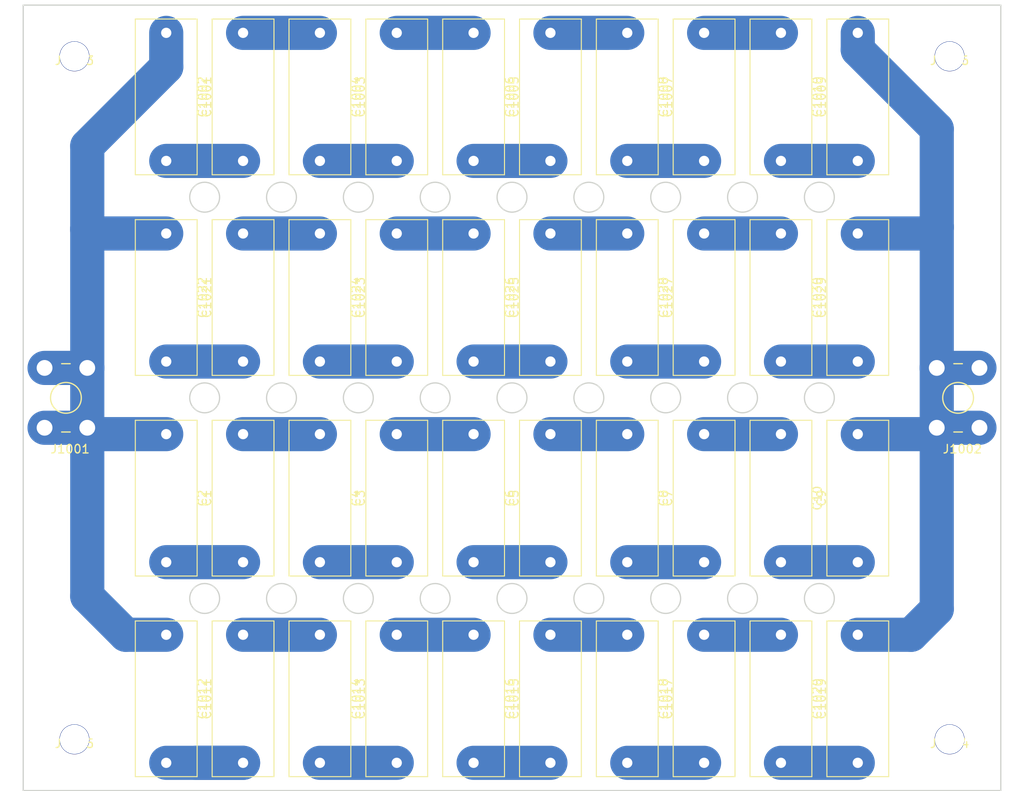
<source format=kicad_pcb>
(kicad_pcb (version 20171130) (host pcbnew 5.1.6-c6e7f7d~86~ubuntu18.04.1)

  (general
    (thickness 1.6)
    (drawings 31)
    (tracks 66)
    (zones 0)
    (modules 46)
    (nets 39)
  )

  (page A4)
  (layers
    (0 F.Cu signal)
    (31 B.Cu signal)
    (32 B.Adhes user)
    (33 F.Adhes user)
    (34 B.Paste user)
    (35 F.Paste user)
    (36 B.SilkS user)
    (37 F.SilkS user)
    (38 B.Mask user)
    (39 F.Mask user)
    (40 Dwgs.User user)
    (41 Cmts.User user)
    (42 Eco1.User user)
    (43 Eco2.User user)
    (44 Edge.Cuts user)
    (45 Margin user)
    (46 B.CrtYd user)
    (47 F.CrtYd user)
    (48 B.Fab user)
    (49 F.Fab user)
  )

  (setup
    (last_trace_width 0.25)
    (user_trace_width 2)
    (user_trace_width 4)
    (trace_clearance 0.2)
    (zone_clearance 0.508)
    (zone_45_only no)
    (trace_min 0.2)
    (via_size 0.8)
    (via_drill 0.4)
    (via_min_size 0.4)
    (via_min_drill 0.3)
    (uvia_size 0.3)
    (uvia_drill 0.1)
    (uvias_allowed no)
    (uvia_min_size 0.2)
    (uvia_min_drill 0.1)
    (edge_width 0.15)
    (segment_width 0.2)
    (pcb_text_width 0.3)
    (pcb_text_size 1.5 1.5)
    (mod_edge_width 0.15)
    (mod_text_size 1 1)
    (mod_text_width 0.15)
    (pad_size 1.524 1.524)
    (pad_drill 0.762)
    (pad_to_mask_clearance 0.051)
    (solder_mask_min_width 0.25)
    (aux_axis_origin 0 0)
    (visible_elements FFFFFF7F)
    (pcbplotparams
      (layerselection 0x010f0_ffffffff)
      (usegerberextensions false)
      (usegerberattributes false)
      (usegerberadvancedattributes false)
      (creategerberjobfile false)
      (excludeedgelayer true)
      (linewidth 0.100000)
      (plotframeref false)
      (viasonmask false)
      (mode 1)
      (useauxorigin false)
      (hpglpennumber 1)
      (hpglpenspeed 20)
      (hpglpendiameter 15.000000)
      (psnegative false)
      (psa4output false)
      (plotreference false)
      (plotvalue false)
      (plotinvisibletext false)
      (padsonsilk false)
      (subtractmaskfromsilk false)
      (outputformat 1)
      (mirror false)
      (drillshape 0)
      (scaleselection 1)
      (outputdirectory "../../../gerbers/mmc/"))
  )

  (net 0 "")
  (net 1 "Net-(C1001-Pad2)")
  (net 2 "Net-(C1002-Pad2)")
  (net 3 "Net-(C1003-Pad2)")
  (net 4 "Net-(C1004-Pad2)")
  (net 5 "Net-(C1013-Pad2)")
  (net 6 "Net-(C1014-Pad2)")
  (net 7 "Net-(C1015-Pad2)")
  (net 8 "Net-(C1025-Pad2)")
  (net 9 "Net-(C1026-Pad2)")
  (net 10 "Net-(C1005-Pad2)")
  (net 11 "Net-(C1006-Pad2)")
  (net 12 "Net-(C1007-Pad2)")
  (net 13 "Net-(C1008-Pad2)")
  (net 14 "Net-(C1009-Pad2)")
  (net 15 "Net-(C1011-Pad2)")
  (net 16 "Net-(C1012-Pad2)")
  (net 17 "Net-(C1016-Pad2)")
  (net 18 "Net-(C1017-Pad2)")
  (net 19 "Net-(C1018-Pad2)")
  (net 20 "Net-(C1019-Pad2)")
  (net 21 "Net-(C1021-Pad2)")
  (net 22 "Net-(C1022-Pad2)")
  (net 23 "Net-(C1023-Pad2)")
  (net 24 "Net-(C1024-Pad2)")
  (net 25 "Net-(C1027-Pad2)")
  (net 26 "Net-(C1028-Pad2)")
  (net 27 "Net-(C1029-Pad2)")
  (net 28 "Net-(C1-Pad2)")
  (net 29 "Net-(C1-Pad1)")
  (net 30 "Net-(C2-Pad2)")
  (net 31 "Net-(C3-Pad2)")
  (net 32 "Net-(C4-Pad2)")
  (net 33 "Net-(C5-Pad2)")
  (net 34 "Net-(C6-Pad2)")
  (net 35 "Net-(C7-Pad2)")
  (net 36 "Net-(C8-Pad2)")
  (net 37 "Net-(C10-Pad1)")
  (net 38 "Net-(C10-Pad2)")

  (net_class Default "This is the default net class."
    (clearance 0.2)
    (trace_width 0.25)
    (via_dia 0.8)
    (via_drill 0.4)
    (uvia_dia 0.3)
    (uvia_drill 0.1)
    (add_net "Net-(C1-Pad1)")
    (add_net "Net-(C1-Pad2)")
    (add_net "Net-(C10-Pad1)")
    (add_net "Net-(C10-Pad2)")
    (add_net "Net-(C1001-Pad2)")
    (add_net "Net-(C1002-Pad2)")
    (add_net "Net-(C1003-Pad2)")
    (add_net "Net-(C1004-Pad2)")
    (add_net "Net-(C1005-Pad2)")
    (add_net "Net-(C1006-Pad2)")
    (add_net "Net-(C1007-Pad2)")
    (add_net "Net-(C1008-Pad2)")
    (add_net "Net-(C1009-Pad2)")
    (add_net "Net-(C1011-Pad2)")
    (add_net "Net-(C1012-Pad2)")
    (add_net "Net-(C1013-Pad2)")
    (add_net "Net-(C1014-Pad2)")
    (add_net "Net-(C1015-Pad2)")
    (add_net "Net-(C1016-Pad2)")
    (add_net "Net-(C1017-Pad2)")
    (add_net "Net-(C1018-Pad2)")
    (add_net "Net-(C1019-Pad2)")
    (add_net "Net-(C1021-Pad2)")
    (add_net "Net-(C1022-Pad2)")
    (add_net "Net-(C1023-Pad2)")
    (add_net "Net-(C1024-Pad2)")
    (add_net "Net-(C1025-Pad2)")
    (add_net "Net-(C1026-Pad2)")
    (add_net "Net-(C1027-Pad2)")
    (add_net "Net-(C1028-Pad2)")
    (add_net "Net-(C1029-Pad2)")
    (add_net "Net-(C2-Pad2)")
    (add_net "Net-(C3-Pad2)")
    (add_net "Net-(C4-Pad2)")
    (add_net "Net-(C5-Pad2)")
    (add_net "Net-(C6-Pad2)")
    (add_net "Net-(C7-Pad2)")
    (add_net "Net-(C8-Pad2)")
  )

  (module Capacitor_THT:C_Rect_L18.0mm_W7.0mm_P15.00mm_FKS3_FKP3 (layer F.Cu) (tedit 5AE50EF0) (tstamp 5F56222F)
    (at 127 119 90)
    (descr "C, Rect series, Radial, pin pitch=15.00mm, , length*width=18*7mm^2, Capacitor, http://www.wima.com/EN/WIMA_FKS_3.pdf")
    (tags "C Rect series Radial pin pitch 15.00mm  length 18mm width 7mm Capacitor")
    (path /5F55F58C)
    (fp_text reference C10 (at 7.5 -4.75 90) (layer F.SilkS)
      (effects (font (size 1 1) (thickness 0.15)))
    )
    (fp_text value 33n (at 7.5 4.75 90) (layer F.Fab)
      (effects (font (size 1 1) (thickness 0.15)))
    )
    (fp_text user %R (at 7.5 0 90) (layer F.Fab)
      (effects (font (size 1 1) (thickness 0.15)))
    )
    (fp_line (start -1.5 -3.5) (end -1.5 3.5) (layer F.Fab) (width 0.1))
    (fp_line (start -1.5 3.5) (end 16.5 3.5) (layer F.Fab) (width 0.1))
    (fp_line (start 16.5 3.5) (end 16.5 -3.5) (layer F.Fab) (width 0.1))
    (fp_line (start 16.5 -3.5) (end -1.5 -3.5) (layer F.Fab) (width 0.1))
    (fp_line (start -1.62 -3.62) (end 16.62 -3.62) (layer F.SilkS) (width 0.12))
    (fp_line (start -1.62 3.62) (end 16.62 3.62) (layer F.SilkS) (width 0.12))
    (fp_line (start -1.62 -3.62) (end -1.62 3.62) (layer F.SilkS) (width 0.12))
    (fp_line (start 16.62 -3.62) (end 16.62 3.62) (layer F.SilkS) (width 0.12))
    (fp_line (start -1.75 -3.75) (end -1.75 3.75) (layer F.CrtYd) (width 0.05))
    (fp_line (start -1.75 3.75) (end 16.75 3.75) (layer F.CrtYd) (width 0.05))
    (fp_line (start 16.75 3.75) (end 16.75 -3.75) (layer F.CrtYd) (width 0.05))
    (fp_line (start 16.75 -3.75) (end -1.75 -3.75) (layer F.CrtYd) (width 0.05))
    (pad 2 thru_hole circle (at 15 0 90) (size 2.4 2.4) (drill 1.2) (layers *.Cu *.Mask)
      (net 38 "Net-(C10-Pad2)"))
    (pad 1 thru_hole circle (at 0 0 90) (size 2.4 2.4) (drill 1.2) (layers *.Cu *.Mask)
      (net 37 "Net-(C10-Pad1)"))
    (model ${KISYS3DMOD}/Capacitor_THT.3dshapes/C_Rect_L18.0mm_W7.0mm_P15.00mm_FKS3_FKP3.wrl
      (at (xyz 0 0 0))
      (scale (xyz 1 1 1))
      (rotate (xyz 0 0 0))
    )
  )

  (module Capacitor_THT:C_Rect_L18.0mm_W7.0mm_P15.00mm_FKS3_FKP3 (layer F.Cu) (tedit 5AE50EF0) (tstamp 5F56221C)
    (at 118 104 270)
    (descr "C, Rect series, Radial, pin pitch=15.00mm, , length*width=18*7mm^2, Capacitor, http://www.wima.com/EN/WIMA_FKS_3.pdf")
    (tags "C Rect series Radial pin pitch 15.00mm  length 18mm width 7mm Capacitor")
    (path /5F55F586)
    (fp_text reference C9 (at 7.5 -4.75 90) (layer F.SilkS)
      (effects (font (size 1 1) (thickness 0.15)))
    )
    (fp_text value 33n (at 7.5 4.75 90) (layer F.Fab)
      (effects (font (size 1 1) (thickness 0.15)))
    )
    (fp_text user %R (at 7.5 0 90) (layer F.Fab)
      (effects (font (size 1 1) (thickness 0.15)))
    )
    (fp_line (start -1.5 -3.5) (end -1.5 3.5) (layer F.Fab) (width 0.1))
    (fp_line (start -1.5 3.5) (end 16.5 3.5) (layer F.Fab) (width 0.1))
    (fp_line (start 16.5 3.5) (end 16.5 -3.5) (layer F.Fab) (width 0.1))
    (fp_line (start 16.5 -3.5) (end -1.5 -3.5) (layer F.Fab) (width 0.1))
    (fp_line (start -1.62 -3.62) (end 16.62 -3.62) (layer F.SilkS) (width 0.12))
    (fp_line (start -1.62 3.62) (end 16.62 3.62) (layer F.SilkS) (width 0.12))
    (fp_line (start -1.62 -3.62) (end -1.62 3.62) (layer F.SilkS) (width 0.12))
    (fp_line (start 16.62 -3.62) (end 16.62 3.62) (layer F.SilkS) (width 0.12))
    (fp_line (start -1.75 -3.75) (end -1.75 3.75) (layer F.CrtYd) (width 0.05))
    (fp_line (start -1.75 3.75) (end 16.75 3.75) (layer F.CrtYd) (width 0.05))
    (fp_line (start 16.75 3.75) (end 16.75 -3.75) (layer F.CrtYd) (width 0.05))
    (fp_line (start 16.75 -3.75) (end -1.75 -3.75) (layer F.CrtYd) (width 0.05))
    (pad 2 thru_hole circle (at 15 0 270) (size 2.4 2.4) (drill 1.2) (layers *.Cu *.Mask)
      (net 37 "Net-(C10-Pad1)"))
    (pad 1 thru_hole circle (at 0 0 270) (size 2.4 2.4) (drill 1.2) (layers *.Cu *.Mask)
      (net 36 "Net-(C8-Pad2)"))
    (model ${KISYS3DMOD}/Capacitor_THT.3dshapes/C_Rect_L18.0mm_W7.0mm_P15.00mm_FKS3_FKP3.wrl
      (at (xyz 0 0 0))
      (scale (xyz 1 1 1))
      (rotate (xyz 0 0 0))
    )
  )

  (module Capacitor_THT:C_Rect_L18.0mm_W7.0mm_P15.00mm_FKS3_FKP3 (layer F.Cu) (tedit 5AE50EF0) (tstamp 5F562209)
    (at 109 119 90)
    (descr "C, Rect series, Radial, pin pitch=15.00mm, , length*width=18*7mm^2, Capacitor, http://www.wima.com/EN/WIMA_FKS_3.pdf")
    (tags "C Rect series Radial pin pitch 15.00mm  length 18mm width 7mm Capacitor")
    (path /5F55F580)
    (fp_text reference C8 (at 7.5 -4.75 90) (layer F.SilkS)
      (effects (font (size 1 1) (thickness 0.15)))
    )
    (fp_text value 33n (at 7.5 4.75 90) (layer F.Fab)
      (effects (font (size 1 1) (thickness 0.15)))
    )
    (fp_text user %R (at 7.5 0 90) (layer F.Fab)
      (effects (font (size 1 1) (thickness 0.15)))
    )
    (fp_line (start -1.5 -3.5) (end -1.5 3.5) (layer F.Fab) (width 0.1))
    (fp_line (start -1.5 3.5) (end 16.5 3.5) (layer F.Fab) (width 0.1))
    (fp_line (start 16.5 3.5) (end 16.5 -3.5) (layer F.Fab) (width 0.1))
    (fp_line (start 16.5 -3.5) (end -1.5 -3.5) (layer F.Fab) (width 0.1))
    (fp_line (start -1.62 -3.62) (end 16.62 -3.62) (layer F.SilkS) (width 0.12))
    (fp_line (start -1.62 3.62) (end 16.62 3.62) (layer F.SilkS) (width 0.12))
    (fp_line (start -1.62 -3.62) (end -1.62 3.62) (layer F.SilkS) (width 0.12))
    (fp_line (start 16.62 -3.62) (end 16.62 3.62) (layer F.SilkS) (width 0.12))
    (fp_line (start -1.75 -3.75) (end -1.75 3.75) (layer F.CrtYd) (width 0.05))
    (fp_line (start -1.75 3.75) (end 16.75 3.75) (layer F.CrtYd) (width 0.05))
    (fp_line (start 16.75 3.75) (end 16.75 -3.75) (layer F.CrtYd) (width 0.05))
    (fp_line (start 16.75 -3.75) (end -1.75 -3.75) (layer F.CrtYd) (width 0.05))
    (pad 2 thru_hole circle (at 15 0 90) (size 2.4 2.4) (drill 1.2) (layers *.Cu *.Mask)
      (net 36 "Net-(C8-Pad2)"))
    (pad 1 thru_hole circle (at 0 0 90) (size 2.4 2.4) (drill 1.2) (layers *.Cu *.Mask)
      (net 35 "Net-(C7-Pad2)"))
    (model ${KISYS3DMOD}/Capacitor_THT.3dshapes/C_Rect_L18.0mm_W7.0mm_P15.00mm_FKS3_FKP3.wrl
      (at (xyz 0 0 0))
      (scale (xyz 1 1 1))
      (rotate (xyz 0 0 0))
    )
  )

  (module Capacitor_THT:C_Rect_L18.0mm_W7.0mm_P15.00mm_FKS3_FKP3 (layer F.Cu) (tedit 5AE50EF0) (tstamp 5F5621F6)
    (at 100 104 270)
    (descr "C, Rect series, Radial, pin pitch=15.00mm, , length*width=18*7mm^2, Capacitor, http://www.wima.com/EN/WIMA_FKS_3.pdf")
    (tags "C Rect series Radial pin pitch 15.00mm  length 18mm width 7mm Capacitor")
    (path /5F55F57A)
    (fp_text reference C7 (at 7.5 -4.75 90) (layer F.SilkS)
      (effects (font (size 1 1) (thickness 0.15)))
    )
    (fp_text value 33n (at 7.5 4.75 90) (layer F.Fab)
      (effects (font (size 1 1) (thickness 0.15)))
    )
    (fp_text user %R (at 7.5 0 90) (layer F.Fab)
      (effects (font (size 1 1) (thickness 0.15)))
    )
    (fp_line (start -1.5 -3.5) (end -1.5 3.5) (layer F.Fab) (width 0.1))
    (fp_line (start -1.5 3.5) (end 16.5 3.5) (layer F.Fab) (width 0.1))
    (fp_line (start 16.5 3.5) (end 16.5 -3.5) (layer F.Fab) (width 0.1))
    (fp_line (start 16.5 -3.5) (end -1.5 -3.5) (layer F.Fab) (width 0.1))
    (fp_line (start -1.62 -3.62) (end 16.62 -3.62) (layer F.SilkS) (width 0.12))
    (fp_line (start -1.62 3.62) (end 16.62 3.62) (layer F.SilkS) (width 0.12))
    (fp_line (start -1.62 -3.62) (end -1.62 3.62) (layer F.SilkS) (width 0.12))
    (fp_line (start 16.62 -3.62) (end 16.62 3.62) (layer F.SilkS) (width 0.12))
    (fp_line (start -1.75 -3.75) (end -1.75 3.75) (layer F.CrtYd) (width 0.05))
    (fp_line (start -1.75 3.75) (end 16.75 3.75) (layer F.CrtYd) (width 0.05))
    (fp_line (start 16.75 3.75) (end 16.75 -3.75) (layer F.CrtYd) (width 0.05))
    (fp_line (start 16.75 -3.75) (end -1.75 -3.75) (layer F.CrtYd) (width 0.05))
    (pad 2 thru_hole circle (at 15 0 270) (size 2.4 2.4) (drill 1.2) (layers *.Cu *.Mask)
      (net 35 "Net-(C7-Pad2)"))
    (pad 1 thru_hole circle (at 0 0 270) (size 2.4 2.4) (drill 1.2) (layers *.Cu *.Mask)
      (net 34 "Net-(C6-Pad2)"))
    (model ${KISYS3DMOD}/Capacitor_THT.3dshapes/C_Rect_L18.0mm_W7.0mm_P15.00mm_FKS3_FKP3.wrl
      (at (xyz 0 0 0))
      (scale (xyz 1 1 1))
      (rotate (xyz 0 0 0))
    )
  )

  (module Capacitor_THT:C_Rect_L18.0mm_W7.0mm_P15.00mm_FKS3_FKP3 (layer F.Cu) (tedit 5AE50EF0) (tstamp 5F5621E3)
    (at 91 119 90)
    (descr "C, Rect series, Radial, pin pitch=15.00mm, , length*width=18*7mm^2, Capacitor, http://www.wima.com/EN/WIMA_FKS_3.pdf")
    (tags "C Rect series Radial pin pitch 15.00mm  length 18mm width 7mm Capacitor")
    (path /5F55F574)
    (fp_text reference C6 (at 7.5 -4.75 90) (layer F.SilkS)
      (effects (font (size 1 1) (thickness 0.15)))
    )
    (fp_text value 33n (at 7.5 4.75 90) (layer F.Fab)
      (effects (font (size 1 1) (thickness 0.15)))
    )
    (fp_text user %R (at 7.5 0 90) (layer F.Fab)
      (effects (font (size 1 1) (thickness 0.15)))
    )
    (fp_line (start -1.5 -3.5) (end -1.5 3.5) (layer F.Fab) (width 0.1))
    (fp_line (start -1.5 3.5) (end 16.5 3.5) (layer F.Fab) (width 0.1))
    (fp_line (start 16.5 3.5) (end 16.5 -3.5) (layer F.Fab) (width 0.1))
    (fp_line (start 16.5 -3.5) (end -1.5 -3.5) (layer F.Fab) (width 0.1))
    (fp_line (start -1.62 -3.62) (end 16.62 -3.62) (layer F.SilkS) (width 0.12))
    (fp_line (start -1.62 3.62) (end 16.62 3.62) (layer F.SilkS) (width 0.12))
    (fp_line (start -1.62 -3.62) (end -1.62 3.62) (layer F.SilkS) (width 0.12))
    (fp_line (start 16.62 -3.62) (end 16.62 3.62) (layer F.SilkS) (width 0.12))
    (fp_line (start -1.75 -3.75) (end -1.75 3.75) (layer F.CrtYd) (width 0.05))
    (fp_line (start -1.75 3.75) (end 16.75 3.75) (layer F.CrtYd) (width 0.05))
    (fp_line (start 16.75 3.75) (end 16.75 -3.75) (layer F.CrtYd) (width 0.05))
    (fp_line (start 16.75 -3.75) (end -1.75 -3.75) (layer F.CrtYd) (width 0.05))
    (pad 2 thru_hole circle (at 15 0 90) (size 2.4 2.4) (drill 1.2) (layers *.Cu *.Mask)
      (net 34 "Net-(C6-Pad2)"))
    (pad 1 thru_hole circle (at 0 0 90) (size 2.4 2.4) (drill 1.2) (layers *.Cu *.Mask)
      (net 33 "Net-(C5-Pad2)"))
    (model ${KISYS3DMOD}/Capacitor_THT.3dshapes/C_Rect_L18.0mm_W7.0mm_P15.00mm_FKS3_FKP3.wrl
      (at (xyz 0 0 0))
      (scale (xyz 1 1 1))
      (rotate (xyz 0 0 0))
    )
  )

  (module Capacitor_THT:C_Rect_L18.0mm_W7.0mm_P15.00mm_FKS3_FKP3 (layer F.Cu) (tedit 5AE50EF0) (tstamp 5F5621D0)
    (at 82 104 270)
    (descr "C, Rect series, Radial, pin pitch=15.00mm, , length*width=18*7mm^2, Capacitor, http://www.wima.com/EN/WIMA_FKS_3.pdf")
    (tags "C Rect series Radial pin pitch 15.00mm  length 18mm width 7mm Capacitor")
    (path /5F55F56E)
    (fp_text reference C5 (at 7.5 -4.75 90) (layer F.SilkS)
      (effects (font (size 1 1) (thickness 0.15)))
    )
    (fp_text value 33n (at 7.5 4.75 90) (layer F.Fab)
      (effects (font (size 1 1) (thickness 0.15)))
    )
    (fp_text user %R (at 7.5 0 90) (layer F.Fab)
      (effects (font (size 1 1) (thickness 0.15)))
    )
    (fp_line (start -1.5 -3.5) (end -1.5 3.5) (layer F.Fab) (width 0.1))
    (fp_line (start -1.5 3.5) (end 16.5 3.5) (layer F.Fab) (width 0.1))
    (fp_line (start 16.5 3.5) (end 16.5 -3.5) (layer F.Fab) (width 0.1))
    (fp_line (start 16.5 -3.5) (end -1.5 -3.5) (layer F.Fab) (width 0.1))
    (fp_line (start -1.62 -3.62) (end 16.62 -3.62) (layer F.SilkS) (width 0.12))
    (fp_line (start -1.62 3.62) (end 16.62 3.62) (layer F.SilkS) (width 0.12))
    (fp_line (start -1.62 -3.62) (end -1.62 3.62) (layer F.SilkS) (width 0.12))
    (fp_line (start 16.62 -3.62) (end 16.62 3.62) (layer F.SilkS) (width 0.12))
    (fp_line (start -1.75 -3.75) (end -1.75 3.75) (layer F.CrtYd) (width 0.05))
    (fp_line (start -1.75 3.75) (end 16.75 3.75) (layer F.CrtYd) (width 0.05))
    (fp_line (start 16.75 3.75) (end 16.75 -3.75) (layer F.CrtYd) (width 0.05))
    (fp_line (start 16.75 -3.75) (end -1.75 -3.75) (layer F.CrtYd) (width 0.05))
    (pad 2 thru_hole circle (at 15 0 270) (size 2.4 2.4) (drill 1.2) (layers *.Cu *.Mask)
      (net 33 "Net-(C5-Pad2)"))
    (pad 1 thru_hole circle (at 0 0 270) (size 2.4 2.4) (drill 1.2) (layers *.Cu *.Mask)
      (net 32 "Net-(C4-Pad2)"))
    (model ${KISYS3DMOD}/Capacitor_THT.3dshapes/C_Rect_L18.0mm_W7.0mm_P15.00mm_FKS3_FKP3.wrl
      (at (xyz 0 0 0))
      (scale (xyz 1 1 1))
      (rotate (xyz 0 0 0))
    )
  )

  (module Capacitor_THT:C_Rect_L18.0mm_W7.0mm_P15.00mm_FKS3_FKP3 (layer F.Cu) (tedit 5AE50EF0) (tstamp 5F5621BD)
    (at 73 119 90)
    (descr "C, Rect series, Radial, pin pitch=15.00mm, , length*width=18*7mm^2, Capacitor, http://www.wima.com/EN/WIMA_FKS_3.pdf")
    (tags "C Rect series Radial pin pitch 15.00mm  length 18mm width 7mm Capacitor")
    (path /5F55F568)
    (fp_text reference C4 (at 7.5 -4.75 90) (layer F.SilkS)
      (effects (font (size 1 1) (thickness 0.15)))
    )
    (fp_text value 33n (at 7.5 4.75 90) (layer F.Fab)
      (effects (font (size 1 1) (thickness 0.15)))
    )
    (fp_text user %R (at 7.5 0 90) (layer F.Fab)
      (effects (font (size 1 1) (thickness 0.15)))
    )
    (fp_line (start -1.5 -3.5) (end -1.5 3.5) (layer F.Fab) (width 0.1))
    (fp_line (start -1.5 3.5) (end 16.5 3.5) (layer F.Fab) (width 0.1))
    (fp_line (start 16.5 3.5) (end 16.5 -3.5) (layer F.Fab) (width 0.1))
    (fp_line (start 16.5 -3.5) (end -1.5 -3.5) (layer F.Fab) (width 0.1))
    (fp_line (start -1.62 -3.62) (end 16.62 -3.62) (layer F.SilkS) (width 0.12))
    (fp_line (start -1.62 3.62) (end 16.62 3.62) (layer F.SilkS) (width 0.12))
    (fp_line (start -1.62 -3.62) (end -1.62 3.62) (layer F.SilkS) (width 0.12))
    (fp_line (start 16.62 -3.62) (end 16.62 3.62) (layer F.SilkS) (width 0.12))
    (fp_line (start -1.75 -3.75) (end -1.75 3.75) (layer F.CrtYd) (width 0.05))
    (fp_line (start -1.75 3.75) (end 16.75 3.75) (layer F.CrtYd) (width 0.05))
    (fp_line (start 16.75 3.75) (end 16.75 -3.75) (layer F.CrtYd) (width 0.05))
    (fp_line (start 16.75 -3.75) (end -1.75 -3.75) (layer F.CrtYd) (width 0.05))
    (pad 2 thru_hole circle (at 15 0 90) (size 2.4 2.4) (drill 1.2) (layers *.Cu *.Mask)
      (net 32 "Net-(C4-Pad2)"))
    (pad 1 thru_hole circle (at 0 0 90) (size 2.4 2.4) (drill 1.2) (layers *.Cu *.Mask)
      (net 31 "Net-(C3-Pad2)"))
    (model ${KISYS3DMOD}/Capacitor_THT.3dshapes/C_Rect_L18.0mm_W7.0mm_P15.00mm_FKS3_FKP3.wrl
      (at (xyz 0 0 0))
      (scale (xyz 1 1 1))
      (rotate (xyz 0 0 0))
    )
  )

  (module Capacitor_THT:C_Rect_L18.0mm_W7.0mm_P15.00mm_FKS3_FKP3 (layer F.Cu) (tedit 5AE50EF0) (tstamp 5F5621AA)
    (at 64 104 270)
    (descr "C, Rect series, Radial, pin pitch=15.00mm, , length*width=18*7mm^2, Capacitor, http://www.wima.com/EN/WIMA_FKS_3.pdf")
    (tags "C Rect series Radial pin pitch 15.00mm  length 18mm width 7mm Capacitor")
    (path /5F55F562)
    (fp_text reference C3 (at 7.5 -4.75 90) (layer F.SilkS)
      (effects (font (size 1 1) (thickness 0.15)))
    )
    (fp_text value 33n (at 7.5 4.75 90) (layer F.Fab)
      (effects (font (size 1 1) (thickness 0.15)))
    )
    (fp_text user %R (at 7.5 0 90) (layer F.Fab)
      (effects (font (size 1 1) (thickness 0.15)))
    )
    (fp_line (start -1.5 -3.5) (end -1.5 3.5) (layer F.Fab) (width 0.1))
    (fp_line (start -1.5 3.5) (end 16.5 3.5) (layer F.Fab) (width 0.1))
    (fp_line (start 16.5 3.5) (end 16.5 -3.5) (layer F.Fab) (width 0.1))
    (fp_line (start 16.5 -3.5) (end -1.5 -3.5) (layer F.Fab) (width 0.1))
    (fp_line (start -1.62 -3.62) (end 16.62 -3.62) (layer F.SilkS) (width 0.12))
    (fp_line (start -1.62 3.62) (end 16.62 3.62) (layer F.SilkS) (width 0.12))
    (fp_line (start -1.62 -3.62) (end -1.62 3.62) (layer F.SilkS) (width 0.12))
    (fp_line (start 16.62 -3.62) (end 16.62 3.62) (layer F.SilkS) (width 0.12))
    (fp_line (start -1.75 -3.75) (end -1.75 3.75) (layer F.CrtYd) (width 0.05))
    (fp_line (start -1.75 3.75) (end 16.75 3.75) (layer F.CrtYd) (width 0.05))
    (fp_line (start 16.75 3.75) (end 16.75 -3.75) (layer F.CrtYd) (width 0.05))
    (fp_line (start 16.75 -3.75) (end -1.75 -3.75) (layer F.CrtYd) (width 0.05))
    (pad 2 thru_hole circle (at 15 0 270) (size 2.4 2.4) (drill 1.2) (layers *.Cu *.Mask)
      (net 31 "Net-(C3-Pad2)"))
    (pad 1 thru_hole circle (at 0 0 270) (size 2.4 2.4) (drill 1.2) (layers *.Cu *.Mask)
      (net 30 "Net-(C2-Pad2)"))
    (model ${KISYS3DMOD}/Capacitor_THT.3dshapes/C_Rect_L18.0mm_W7.0mm_P15.00mm_FKS3_FKP3.wrl
      (at (xyz 0 0 0))
      (scale (xyz 1 1 1))
      (rotate (xyz 0 0 0))
    )
  )

  (module Capacitor_THT:C_Rect_L18.0mm_W7.0mm_P15.00mm_FKS3_FKP3 (layer F.Cu) (tedit 5AE50EF0) (tstamp 5F562197)
    (at 55 119 90)
    (descr "C, Rect series, Radial, pin pitch=15.00mm, , length*width=18*7mm^2, Capacitor, http://www.wima.com/EN/WIMA_FKS_3.pdf")
    (tags "C Rect series Radial pin pitch 15.00mm  length 18mm width 7mm Capacitor")
    (path /5F55F55C)
    (fp_text reference C2 (at 7.5 -4.75 90) (layer F.SilkS)
      (effects (font (size 1 1) (thickness 0.15)))
    )
    (fp_text value 33n (at 7.5 4.75 90) (layer F.Fab)
      (effects (font (size 1 1) (thickness 0.15)))
    )
    (fp_text user %R (at 7.5 0 90) (layer F.Fab)
      (effects (font (size 1 1) (thickness 0.15)))
    )
    (fp_line (start -1.5 -3.5) (end -1.5 3.5) (layer F.Fab) (width 0.1))
    (fp_line (start -1.5 3.5) (end 16.5 3.5) (layer F.Fab) (width 0.1))
    (fp_line (start 16.5 3.5) (end 16.5 -3.5) (layer F.Fab) (width 0.1))
    (fp_line (start 16.5 -3.5) (end -1.5 -3.5) (layer F.Fab) (width 0.1))
    (fp_line (start -1.62 -3.62) (end 16.62 -3.62) (layer F.SilkS) (width 0.12))
    (fp_line (start -1.62 3.62) (end 16.62 3.62) (layer F.SilkS) (width 0.12))
    (fp_line (start -1.62 -3.62) (end -1.62 3.62) (layer F.SilkS) (width 0.12))
    (fp_line (start 16.62 -3.62) (end 16.62 3.62) (layer F.SilkS) (width 0.12))
    (fp_line (start -1.75 -3.75) (end -1.75 3.75) (layer F.CrtYd) (width 0.05))
    (fp_line (start -1.75 3.75) (end 16.75 3.75) (layer F.CrtYd) (width 0.05))
    (fp_line (start 16.75 3.75) (end 16.75 -3.75) (layer F.CrtYd) (width 0.05))
    (fp_line (start 16.75 -3.75) (end -1.75 -3.75) (layer F.CrtYd) (width 0.05))
    (pad 2 thru_hole circle (at 15 0 90) (size 2.4 2.4) (drill 1.2) (layers *.Cu *.Mask)
      (net 30 "Net-(C2-Pad2)"))
    (pad 1 thru_hole circle (at 0 0 90) (size 2.4 2.4) (drill 1.2) (layers *.Cu *.Mask)
      (net 28 "Net-(C1-Pad2)"))
    (model ${KISYS3DMOD}/Capacitor_THT.3dshapes/C_Rect_L18.0mm_W7.0mm_P15.00mm_FKS3_FKP3.wrl
      (at (xyz 0 0 0))
      (scale (xyz 1 1 1))
      (rotate (xyz 0 0 0))
    )
  )

  (module Capacitor_THT:C_Rect_L18.0mm_W7.0mm_P15.00mm_FKS3_FKP3 (layer F.Cu) (tedit 5AE50EF0) (tstamp 5F562184)
    (at 46 104 270)
    (descr "C, Rect series, Radial, pin pitch=15.00mm, , length*width=18*7mm^2, Capacitor, http://www.wima.com/EN/WIMA_FKS_3.pdf")
    (tags "C Rect series Radial pin pitch 15.00mm  length 18mm width 7mm Capacitor")
    (path /5F55F556)
    (fp_text reference C1 (at 7.5 -4.75 90) (layer F.SilkS)
      (effects (font (size 1 1) (thickness 0.15)))
    )
    (fp_text value 33n (at 7.5 4.75 90) (layer F.Fab)
      (effects (font (size 1 1) (thickness 0.15)))
    )
    (fp_text user %R (at 7.5 0 90) (layer F.Fab)
      (effects (font (size 1 1) (thickness 0.15)))
    )
    (fp_line (start -1.5 -3.5) (end -1.5 3.5) (layer F.Fab) (width 0.1))
    (fp_line (start -1.5 3.5) (end 16.5 3.5) (layer F.Fab) (width 0.1))
    (fp_line (start 16.5 3.5) (end 16.5 -3.5) (layer F.Fab) (width 0.1))
    (fp_line (start 16.5 -3.5) (end -1.5 -3.5) (layer F.Fab) (width 0.1))
    (fp_line (start -1.62 -3.62) (end 16.62 -3.62) (layer F.SilkS) (width 0.12))
    (fp_line (start -1.62 3.62) (end 16.62 3.62) (layer F.SilkS) (width 0.12))
    (fp_line (start -1.62 -3.62) (end -1.62 3.62) (layer F.SilkS) (width 0.12))
    (fp_line (start 16.62 -3.62) (end 16.62 3.62) (layer F.SilkS) (width 0.12))
    (fp_line (start -1.75 -3.75) (end -1.75 3.75) (layer F.CrtYd) (width 0.05))
    (fp_line (start -1.75 3.75) (end 16.75 3.75) (layer F.CrtYd) (width 0.05))
    (fp_line (start 16.75 3.75) (end 16.75 -3.75) (layer F.CrtYd) (width 0.05))
    (fp_line (start 16.75 -3.75) (end -1.75 -3.75) (layer F.CrtYd) (width 0.05))
    (pad 2 thru_hole circle (at 15 0 270) (size 2.4 2.4) (drill 1.2) (layers *.Cu *.Mask)
      (net 28 "Net-(C1-Pad2)"))
    (pad 1 thru_hole circle (at 0 0 270) (size 2.4 2.4) (drill 1.2) (layers *.Cu *.Mask)
      (net 29 "Net-(C1-Pad1)"))
    (model ${KISYS3DMOD}/Capacitor_THT.3dshapes/C_Rect_L18.0mm_W7.0mm_P15.00mm_FKS3_FKP3.wrl
      (at (xyz 0 0 0))
      (scale (xyz 1 1 1))
      (rotate (xyz 0 0 0))
    )
  )

  (module Capacitor_THT:C_Rect_L18.0mm_W7.0mm_P15.00mm_FKS3_FKP3 (layer F.Cu) (tedit 5AE50EF0) (tstamp 5C833AE3)
    (at 46 57 270)
    (descr "C, Rect series, Radial, pin pitch=15.00mm, , length*width=18*7mm^2, Capacitor, http://www.wima.com/EN/WIMA_FKS_3.pdf")
    (tags "C Rect series Radial pin pitch 15.00mm  length 18mm width 7mm Capacitor")
    (path /5C481CD8)
    (fp_text reference C1001 (at 7.5 -4.75 90) (layer F.SilkS)
      (effects (font (size 1 1) (thickness 0.15)))
    )
    (fp_text value 33n (at 7.5 4.75 90) (layer F.Fab)
      (effects (font (size 1 1) (thickness 0.15)))
    )
    (fp_text user %R (at 7.5 0 90) (layer F.Fab)
      (effects (font (size 1 1) (thickness 0.15)))
    )
    (fp_line (start -1.5 -3.5) (end -1.5 3.5) (layer F.Fab) (width 0.1))
    (fp_line (start -1.5 3.5) (end 16.5 3.5) (layer F.Fab) (width 0.1))
    (fp_line (start 16.5 3.5) (end 16.5 -3.5) (layer F.Fab) (width 0.1))
    (fp_line (start 16.5 -3.5) (end -1.5 -3.5) (layer F.Fab) (width 0.1))
    (fp_line (start -1.62 -3.62) (end 16.62 -3.62) (layer F.SilkS) (width 0.12))
    (fp_line (start -1.62 3.62) (end 16.62 3.62) (layer F.SilkS) (width 0.12))
    (fp_line (start -1.62 -3.62) (end -1.62 3.62) (layer F.SilkS) (width 0.12))
    (fp_line (start 16.62 -3.62) (end 16.62 3.62) (layer F.SilkS) (width 0.12))
    (fp_line (start -1.75 -3.75) (end -1.75 3.75) (layer F.CrtYd) (width 0.05))
    (fp_line (start -1.75 3.75) (end 16.75 3.75) (layer F.CrtYd) (width 0.05))
    (fp_line (start 16.75 3.75) (end 16.75 -3.75) (layer F.CrtYd) (width 0.05))
    (fp_line (start 16.75 -3.75) (end -1.75 -3.75) (layer F.CrtYd) (width 0.05))
    (pad 2 thru_hole circle (at 15 0 270) (size 2.4 2.4) (drill 1.2) (layers *.Cu *.Mask)
      (net 1 "Net-(C1001-Pad2)"))
    (pad 1 thru_hole circle (at 0 0 270) (size 2.4 2.4) (drill 1.2) (layers *.Cu *.Mask)
      (net 29 "Net-(C1-Pad1)"))
    (model ${KISYS3DMOD}/Capacitor_THT.3dshapes/C_Rect_L18.0mm_W7.0mm_P15.00mm_FKS3_FKP3.wrl
      (at (xyz 0 0 0))
      (scale (xyz 1 1 1))
      (rotate (xyz 0 0 0))
    )
  )

  (module Capacitor_THT:C_Rect_L18.0mm_W7.0mm_P15.00mm_FKS3_FKP3 (layer F.Cu) (tedit 5AE50EF0) (tstamp 5F56430B)
    (at 55 72 90)
    (descr "C, Rect series, Radial, pin pitch=15.00mm, , length*width=18*7mm^2, Capacitor, http://www.wima.com/EN/WIMA_FKS_3.pdf")
    (tags "C Rect series Radial pin pitch 15.00mm  length 18mm width 7mm Capacitor")
    (path /5C598884)
    (fp_text reference C1002 (at 7.5 -4.75 270) (layer F.SilkS)
      (effects (font (size 1 1) (thickness 0.15)))
    )
    (fp_text value 33n (at 7.5 4.75 270) (layer F.Fab)
      (effects (font (size 1 1) (thickness 0.15)))
    )
    (fp_text user %R (at 7.5 0 270) (layer F.Fab)
      (effects (font (size 1 1) (thickness 0.15)))
    )
    (fp_line (start -1.5 -3.5) (end -1.5 3.5) (layer F.Fab) (width 0.1))
    (fp_line (start -1.5 3.5) (end 16.5 3.5) (layer F.Fab) (width 0.1))
    (fp_line (start 16.5 3.5) (end 16.5 -3.5) (layer F.Fab) (width 0.1))
    (fp_line (start 16.5 -3.5) (end -1.5 -3.5) (layer F.Fab) (width 0.1))
    (fp_line (start -1.62 -3.62) (end 16.62 -3.62) (layer F.SilkS) (width 0.12))
    (fp_line (start -1.62 3.62) (end 16.62 3.62) (layer F.SilkS) (width 0.12))
    (fp_line (start -1.62 -3.62) (end -1.62 3.62) (layer F.SilkS) (width 0.12))
    (fp_line (start 16.62 -3.62) (end 16.62 3.62) (layer F.SilkS) (width 0.12))
    (fp_line (start -1.75 -3.75) (end -1.75 3.75) (layer F.CrtYd) (width 0.05))
    (fp_line (start -1.75 3.75) (end 16.75 3.75) (layer F.CrtYd) (width 0.05))
    (fp_line (start 16.75 3.75) (end 16.75 -3.75) (layer F.CrtYd) (width 0.05))
    (fp_line (start 16.75 -3.75) (end -1.75 -3.75) (layer F.CrtYd) (width 0.05))
    (pad 2 thru_hole circle (at 15 0 90) (size 2.4 2.4) (drill 1.2) (layers *.Cu *.Mask)
      (net 2 "Net-(C1002-Pad2)"))
    (pad 1 thru_hole circle (at 0 0 90) (size 2.4 2.4) (drill 1.2) (layers *.Cu *.Mask)
      (net 1 "Net-(C1001-Pad2)"))
    (model ${KISYS3DMOD}/Capacitor_THT.3dshapes/C_Rect_L18.0mm_W7.0mm_P15.00mm_FKS3_FKP3.wrl
      (at (xyz 0 0 0))
      (scale (xyz 1 1 1))
      (rotate (xyz 0 0 0))
    )
  )

  (module Capacitor_THT:C_Rect_L18.0mm_W7.0mm_P15.00mm_FKS3_FKP3 (layer F.Cu) (tedit 5AE50EF0) (tstamp 5C831BC7)
    (at 64 57 270)
    (descr "C, Rect series, Radial, pin pitch=15.00mm, , length*width=18*7mm^2, Capacitor, http://www.wima.com/EN/WIMA_FKS_3.pdf")
    (tags "C Rect series Radial pin pitch 15.00mm  length 18mm width 7mm Capacitor")
    (path /5C5988C0)
    (fp_text reference C1003 (at 7.5 -4.75 90) (layer F.SilkS)
      (effects (font (size 1 1) (thickness 0.15)))
    )
    (fp_text value 33n (at 7.5 4.75 90) (layer F.Fab)
      (effects (font (size 1 1) (thickness 0.15)))
    )
    (fp_text user %R (at 7.5 0 90) (layer F.Fab)
      (effects (font (size 1 1) (thickness 0.15)))
    )
    (fp_line (start -1.5 -3.5) (end -1.5 3.5) (layer F.Fab) (width 0.1))
    (fp_line (start -1.5 3.5) (end 16.5 3.5) (layer F.Fab) (width 0.1))
    (fp_line (start 16.5 3.5) (end 16.5 -3.5) (layer F.Fab) (width 0.1))
    (fp_line (start 16.5 -3.5) (end -1.5 -3.5) (layer F.Fab) (width 0.1))
    (fp_line (start -1.62 -3.62) (end 16.62 -3.62) (layer F.SilkS) (width 0.12))
    (fp_line (start -1.62 3.62) (end 16.62 3.62) (layer F.SilkS) (width 0.12))
    (fp_line (start -1.62 -3.62) (end -1.62 3.62) (layer F.SilkS) (width 0.12))
    (fp_line (start 16.62 -3.62) (end 16.62 3.62) (layer F.SilkS) (width 0.12))
    (fp_line (start -1.75 -3.75) (end -1.75 3.75) (layer F.CrtYd) (width 0.05))
    (fp_line (start -1.75 3.75) (end 16.75 3.75) (layer F.CrtYd) (width 0.05))
    (fp_line (start 16.75 3.75) (end 16.75 -3.75) (layer F.CrtYd) (width 0.05))
    (fp_line (start 16.75 -3.75) (end -1.75 -3.75) (layer F.CrtYd) (width 0.05))
    (pad 2 thru_hole circle (at 15 0 270) (size 2.4 2.4) (drill 1.2) (layers *.Cu *.Mask)
      (net 3 "Net-(C1003-Pad2)"))
    (pad 1 thru_hole circle (at 0 0 270) (size 2.4 2.4) (drill 1.2) (layers *.Cu *.Mask)
      (net 2 "Net-(C1002-Pad2)"))
    (model ${KISYS3DMOD}/Capacitor_THT.3dshapes/C_Rect_L18.0mm_W7.0mm_P15.00mm_FKS3_FKP3.wrl
      (at (xyz 0 0 0))
      (scale (xyz 1 1 1))
      (rotate (xyz 0 0 0))
    )
  )

  (module Capacitor_THT:C_Rect_L18.0mm_W7.0mm_P15.00mm_FKS3_FKP3 (layer F.Cu) (tedit 5AE50EF0) (tstamp 5C8335E1)
    (at 73 72 90)
    (descr "C, Rect series, Radial, pin pitch=15.00mm, , length*width=18*7mm^2, Capacitor, http://www.wima.com/EN/WIMA_FKS_3.pdf")
    (tags "C Rect series Radial pin pitch 15.00mm  length 18mm width 7mm Capacitor")
    (path /5C598902)
    (fp_text reference C1004 (at 7.5 -4.75 270) (layer F.SilkS)
      (effects (font (size 1 1) (thickness 0.15)))
    )
    (fp_text value 33n (at 7.5 4.75 270) (layer F.Fab)
      (effects (font (size 1 1) (thickness 0.15)))
    )
    (fp_text user %R (at 7.5 0 270) (layer F.Fab)
      (effects (font (size 1 1) (thickness 0.15)))
    )
    (fp_line (start -1.5 -3.5) (end -1.5 3.5) (layer F.Fab) (width 0.1))
    (fp_line (start -1.5 3.5) (end 16.5 3.5) (layer F.Fab) (width 0.1))
    (fp_line (start 16.5 3.5) (end 16.5 -3.5) (layer F.Fab) (width 0.1))
    (fp_line (start 16.5 -3.5) (end -1.5 -3.5) (layer F.Fab) (width 0.1))
    (fp_line (start -1.62 -3.62) (end 16.62 -3.62) (layer F.SilkS) (width 0.12))
    (fp_line (start -1.62 3.62) (end 16.62 3.62) (layer F.SilkS) (width 0.12))
    (fp_line (start -1.62 -3.62) (end -1.62 3.62) (layer F.SilkS) (width 0.12))
    (fp_line (start 16.62 -3.62) (end 16.62 3.62) (layer F.SilkS) (width 0.12))
    (fp_line (start -1.75 -3.75) (end -1.75 3.75) (layer F.CrtYd) (width 0.05))
    (fp_line (start -1.75 3.75) (end 16.75 3.75) (layer F.CrtYd) (width 0.05))
    (fp_line (start 16.75 3.75) (end 16.75 -3.75) (layer F.CrtYd) (width 0.05))
    (fp_line (start 16.75 -3.75) (end -1.75 -3.75) (layer F.CrtYd) (width 0.05))
    (pad 2 thru_hole circle (at 15 0 90) (size 2.4 2.4) (drill 1.2) (layers *.Cu *.Mask)
      (net 4 "Net-(C1004-Pad2)"))
    (pad 1 thru_hole circle (at 0 0 90) (size 2.4 2.4) (drill 1.2) (layers *.Cu *.Mask)
      (net 3 "Net-(C1003-Pad2)"))
    (model ${KISYS3DMOD}/Capacitor_THT.3dshapes/C_Rect_L18.0mm_W7.0mm_P15.00mm_FKS3_FKP3.wrl
      (at (xyz 0 0 0))
      (scale (xyz 1 1 1))
      (rotate (xyz 0 0 0))
    )
  )

  (module Capacitor_THT:C_Rect_L18.0mm_W7.0mm_P15.00mm_FKS3_FKP3 (layer F.Cu) (tedit 5AE50EF0) (tstamp 5C83348A)
    (at 82 57 270)
    (descr "C, Rect series, Radial, pin pitch=15.00mm, , length*width=18*7mm^2, Capacitor, http://www.wima.com/EN/WIMA_FKS_3.pdf")
    (tags "C Rect series Radial pin pitch 15.00mm  length 18mm width 7mm Capacitor")
    (path /5C598942)
    (fp_text reference C1005 (at 7.5 -4.75 90) (layer F.SilkS)
      (effects (font (size 1 1) (thickness 0.15)))
    )
    (fp_text value 33n (at 7.5 4.75 90) (layer F.Fab)
      (effects (font (size 1 1) (thickness 0.15)))
    )
    (fp_text user %R (at 7.5 0 90) (layer F.Fab)
      (effects (font (size 1 1) (thickness 0.15)))
    )
    (fp_line (start -1.5 -3.5) (end -1.5 3.5) (layer F.Fab) (width 0.1))
    (fp_line (start -1.5 3.5) (end 16.5 3.5) (layer F.Fab) (width 0.1))
    (fp_line (start 16.5 3.5) (end 16.5 -3.5) (layer F.Fab) (width 0.1))
    (fp_line (start 16.5 -3.5) (end -1.5 -3.5) (layer F.Fab) (width 0.1))
    (fp_line (start -1.62 -3.62) (end 16.62 -3.62) (layer F.SilkS) (width 0.12))
    (fp_line (start -1.62 3.62) (end 16.62 3.62) (layer F.SilkS) (width 0.12))
    (fp_line (start -1.62 -3.62) (end -1.62 3.62) (layer F.SilkS) (width 0.12))
    (fp_line (start 16.62 -3.62) (end 16.62 3.62) (layer F.SilkS) (width 0.12))
    (fp_line (start -1.75 -3.75) (end -1.75 3.75) (layer F.CrtYd) (width 0.05))
    (fp_line (start -1.75 3.75) (end 16.75 3.75) (layer F.CrtYd) (width 0.05))
    (fp_line (start 16.75 3.75) (end 16.75 -3.75) (layer F.CrtYd) (width 0.05))
    (fp_line (start 16.75 -3.75) (end -1.75 -3.75) (layer F.CrtYd) (width 0.05))
    (pad 2 thru_hole circle (at 15 0 270) (size 2.4 2.4) (drill 1.2) (layers *.Cu *.Mask)
      (net 10 "Net-(C1005-Pad2)"))
    (pad 1 thru_hole circle (at 0 0 270) (size 2.4 2.4) (drill 1.2) (layers *.Cu *.Mask)
      (net 4 "Net-(C1004-Pad2)"))
    (model ${KISYS3DMOD}/Capacitor_THT.3dshapes/C_Rect_L18.0mm_W7.0mm_P15.00mm_FKS3_FKP3.wrl
      (at (xyz 0 0 0))
      (scale (xyz 1 1 1))
      (rotate (xyz 0 0 0))
    )
  )

  (module Capacitor_THT:C_Rect_L18.0mm_W7.0mm_P15.00mm_FKS3_FKP3 (layer F.Cu) (tedit 5AE50EF0) (tstamp 5C831C00)
    (at 91 72 90)
    (descr "C, Rect series, Radial, pin pitch=15.00mm, , length*width=18*7mm^2, Capacitor, http://www.wima.com/EN/WIMA_FKS_3.pdf")
    (tags "C Rect series Radial pin pitch 15.00mm  length 18mm width 7mm Capacitor")
    (path /5C598980)
    (fp_text reference C1006 (at 7.5 -4.75 270) (layer F.SilkS)
      (effects (font (size 1 1) (thickness 0.15)))
    )
    (fp_text value 33n (at 7.5 4.75 270) (layer F.Fab)
      (effects (font (size 1 1) (thickness 0.15)))
    )
    (fp_text user %R (at 7.5 0 270) (layer F.Fab)
      (effects (font (size 1 1) (thickness 0.15)))
    )
    (fp_line (start -1.5 -3.5) (end -1.5 3.5) (layer F.Fab) (width 0.1))
    (fp_line (start -1.5 3.5) (end 16.5 3.5) (layer F.Fab) (width 0.1))
    (fp_line (start 16.5 3.5) (end 16.5 -3.5) (layer F.Fab) (width 0.1))
    (fp_line (start 16.5 -3.5) (end -1.5 -3.5) (layer F.Fab) (width 0.1))
    (fp_line (start -1.62 -3.62) (end 16.62 -3.62) (layer F.SilkS) (width 0.12))
    (fp_line (start -1.62 3.62) (end 16.62 3.62) (layer F.SilkS) (width 0.12))
    (fp_line (start -1.62 -3.62) (end -1.62 3.62) (layer F.SilkS) (width 0.12))
    (fp_line (start 16.62 -3.62) (end 16.62 3.62) (layer F.SilkS) (width 0.12))
    (fp_line (start -1.75 -3.75) (end -1.75 3.75) (layer F.CrtYd) (width 0.05))
    (fp_line (start -1.75 3.75) (end 16.75 3.75) (layer F.CrtYd) (width 0.05))
    (fp_line (start 16.75 3.75) (end 16.75 -3.75) (layer F.CrtYd) (width 0.05))
    (fp_line (start 16.75 -3.75) (end -1.75 -3.75) (layer F.CrtYd) (width 0.05))
    (pad 2 thru_hole circle (at 15 0 90) (size 2.4 2.4) (drill 1.2) (layers *.Cu *.Mask)
      (net 11 "Net-(C1006-Pad2)"))
    (pad 1 thru_hole circle (at 0 0 90) (size 2.4 2.4) (drill 1.2) (layers *.Cu *.Mask)
      (net 10 "Net-(C1005-Pad2)"))
    (model ${KISYS3DMOD}/Capacitor_THT.3dshapes/C_Rect_L18.0mm_W7.0mm_P15.00mm_FKS3_FKP3.wrl
      (at (xyz 0 0 0))
      (scale (xyz 1 1 1))
      (rotate (xyz 0 0 0))
    )
  )

  (module Capacitor_THT:C_Rect_L18.0mm_W7.0mm_P15.00mm_FKS3_FKP3 (layer F.Cu) (tedit 5AE50EF0) (tstamp 5C831C13)
    (at 100 57 270)
    (descr "C, Rect series, Radial, pin pitch=15.00mm, , length*width=18*7mm^2, Capacitor, http://www.wima.com/EN/WIMA_FKS_3.pdf")
    (tags "C Rect series Radial pin pitch 15.00mm  length 18mm width 7mm Capacitor")
    (path /5C5989C4)
    (fp_text reference C1007 (at 7.5 -4.75 90) (layer F.SilkS)
      (effects (font (size 1 1) (thickness 0.15)))
    )
    (fp_text value 33n (at 7.5 4.75 90) (layer F.Fab)
      (effects (font (size 1 1) (thickness 0.15)))
    )
    (fp_text user %R (at 7.5 0 90) (layer F.Fab)
      (effects (font (size 1 1) (thickness 0.15)))
    )
    (fp_line (start -1.5 -3.5) (end -1.5 3.5) (layer F.Fab) (width 0.1))
    (fp_line (start -1.5 3.5) (end 16.5 3.5) (layer F.Fab) (width 0.1))
    (fp_line (start 16.5 3.5) (end 16.5 -3.5) (layer F.Fab) (width 0.1))
    (fp_line (start 16.5 -3.5) (end -1.5 -3.5) (layer F.Fab) (width 0.1))
    (fp_line (start -1.62 -3.62) (end 16.62 -3.62) (layer F.SilkS) (width 0.12))
    (fp_line (start -1.62 3.62) (end 16.62 3.62) (layer F.SilkS) (width 0.12))
    (fp_line (start -1.62 -3.62) (end -1.62 3.62) (layer F.SilkS) (width 0.12))
    (fp_line (start 16.62 -3.62) (end 16.62 3.62) (layer F.SilkS) (width 0.12))
    (fp_line (start -1.75 -3.75) (end -1.75 3.75) (layer F.CrtYd) (width 0.05))
    (fp_line (start -1.75 3.75) (end 16.75 3.75) (layer F.CrtYd) (width 0.05))
    (fp_line (start 16.75 3.75) (end 16.75 -3.75) (layer F.CrtYd) (width 0.05))
    (fp_line (start 16.75 -3.75) (end -1.75 -3.75) (layer F.CrtYd) (width 0.05))
    (pad 2 thru_hole circle (at 15 0 270) (size 2.4 2.4) (drill 1.2) (layers *.Cu *.Mask)
      (net 12 "Net-(C1007-Pad2)"))
    (pad 1 thru_hole circle (at 0 0 270) (size 2.4 2.4) (drill 1.2) (layers *.Cu *.Mask)
      (net 11 "Net-(C1006-Pad2)"))
    (model ${KISYS3DMOD}/Capacitor_THT.3dshapes/C_Rect_L18.0mm_W7.0mm_P15.00mm_FKS3_FKP3.wrl
      (at (xyz 0 0 0))
      (scale (xyz 1 1 1))
      (rotate (xyz 0 0 0))
    )
  )

  (module Capacitor_THT:C_Rect_L18.0mm_W7.0mm_P15.00mm_FKS3_FKP3 (layer F.Cu) (tedit 5AE50EF0) (tstamp 5C831C26)
    (at 109 72 90)
    (descr "C, Rect series, Radial, pin pitch=15.00mm, , length*width=18*7mm^2, Capacitor, http://www.wima.com/EN/WIMA_FKS_3.pdf")
    (tags "C Rect series Radial pin pitch 15.00mm  length 18mm width 7mm Capacitor")
    (path /5C598A06)
    (fp_text reference C1008 (at 7.5 -4.75 270) (layer F.SilkS)
      (effects (font (size 1 1) (thickness 0.15)))
    )
    (fp_text value 33n (at 7.5 4.75 270) (layer F.Fab)
      (effects (font (size 1 1) (thickness 0.15)))
    )
    (fp_text user %R (at 7.5 0 270) (layer F.Fab)
      (effects (font (size 1 1) (thickness 0.15)))
    )
    (fp_line (start -1.5 -3.5) (end -1.5 3.5) (layer F.Fab) (width 0.1))
    (fp_line (start -1.5 3.5) (end 16.5 3.5) (layer F.Fab) (width 0.1))
    (fp_line (start 16.5 3.5) (end 16.5 -3.5) (layer F.Fab) (width 0.1))
    (fp_line (start 16.5 -3.5) (end -1.5 -3.5) (layer F.Fab) (width 0.1))
    (fp_line (start -1.62 -3.62) (end 16.62 -3.62) (layer F.SilkS) (width 0.12))
    (fp_line (start -1.62 3.62) (end 16.62 3.62) (layer F.SilkS) (width 0.12))
    (fp_line (start -1.62 -3.62) (end -1.62 3.62) (layer F.SilkS) (width 0.12))
    (fp_line (start 16.62 -3.62) (end 16.62 3.62) (layer F.SilkS) (width 0.12))
    (fp_line (start -1.75 -3.75) (end -1.75 3.75) (layer F.CrtYd) (width 0.05))
    (fp_line (start -1.75 3.75) (end 16.75 3.75) (layer F.CrtYd) (width 0.05))
    (fp_line (start 16.75 3.75) (end 16.75 -3.75) (layer F.CrtYd) (width 0.05))
    (fp_line (start 16.75 -3.75) (end -1.75 -3.75) (layer F.CrtYd) (width 0.05))
    (pad 2 thru_hole circle (at 15 0 90) (size 2.4 2.4) (drill 1.2) (layers *.Cu *.Mask)
      (net 13 "Net-(C1008-Pad2)"))
    (pad 1 thru_hole circle (at 0 0 90) (size 2.4 2.4) (drill 1.2) (layers *.Cu *.Mask)
      (net 12 "Net-(C1007-Pad2)"))
    (model ${KISYS3DMOD}/Capacitor_THT.3dshapes/C_Rect_L18.0mm_W7.0mm_P15.00mm_FKS3_FKP3.wrl
      (at (xyz 0 0 0))
      (scale (xyz 1 1 1))
      (rotate (xyz 0 0 0))
    )
  )

  (module Capacitor_THT:C_Rect_L18.0mm_W7.0mm_P15.00mm_FKS3_FKP3 (layer F.Cu) (tedit 5AE50EF0) (tstamp 5C831C39)
    (at 118 57 270)
    (descr "C, Rect series, Radial, pin pitch=15.00mm, , length*width=18*7mm^2, Capacitor, http://www.wima.com/EN/WIMA_FKS_3.pdf")
    (tags "C Rect series Radial pin pitch 15.00mm  length 18mm width 7mm Capacitor")
    (path /5C598A83)
    (fp_text reference C1009 (at 7.5 -4.75 90) (layer F.SilkS)
      (effects (font (size 1 1) (thickness 0.15)))
    )
    (fp_text value 33n (at 7.5 4.75 90) (layer F.Fab)
      (effects (font (size 1 1) (thickness 0.15)))
    )
    (fp_text user %R (at 7.5 0 90) (layer F.Fab)
      (effects (font (size 1 1) (thickness 0.15)))
    )
    (fp_line (start -1.5 -3.5) (end -1.5 3.5) (layer F.Fab) (width 0.1))
    (fp_line (start -1.5 3.5) (end 16.5 3.5) (layer F.Fab) (width 0.1))
    (fp_line (start 16.5 3.5) (end 16.5 -3.5) (layer F.Fab) (width 0.1))
    (fp_line (start 16.5 -3.5) (end -1.5 -3.5) (layer F.Fab) (width 0.1))
    (fp_line (start -1.62 -3.62) (end 16.62 -3.62) (layer F.SilkS) (width 0.12))
    (fp_line (start -1.62 3.62) (end 16.62 3.62) (layer F.SilkS) (width 0.12))
    (fp_line (start -1.62 -3.62) (end -1.62 3.62) (layer F.SilkS) (width 0.12))
    (fp_line (start 16.62 -3.62) (end 16.62 3.62) (layer F.SilkS) (width 0.12))
    (fp_line (start -1.75 -3.75) (end -1.75 3.75) (layer F.CrtYd) (width 0.05))
    (fp_line (start -1.75 3.75) (end 16.75 3.75) (layer F.CrtYd) (width 0.05))
    (fp_line (start 16.75 3.75) (end 16.75 -3.75) (layer F.CrtYd) (width 0.05))
    (fp_line (start 16.75 -3.75) (end -1.75 -3.75) (layer F.CrtYd) (width 0.05))
    (pad 2 thru_hole circle (at 15 0 270) (size 2.4 2.4) (drill 1.2) (layers *.Cu *.Mask)
      (net 14 "Net-(C1009-Pad2)"))
    (pad 1 thru_hole circle (at 0 0 270) (size 2.4 2.4) (drill 1.2) (layers *.Cu *.Mask)
      (net 13 "Net-(C1008-Pad2)"))
    (model ${KISYS3DMOD}/Capacitor_THT.3dshapes/C_Rect_L18.0mm_W7.0mm_P15.00mm_FKS3_FKP3.wrl
      (at (xyz 0 0 0))
      (scale (xyz 1 1 1))
      (rotate (xyz 0 0 0))
    )
  )

  (module Capacitor_THT:C_Rect_L18.0mm_W7.0mm_P15.00mm_FKS3_FKP3 (layer F.Cu) (tedit 5AE50EF0) (tstamp 5C831C4C)
    (at 127 72 90)
    (descr "C, Rect series, Radial, pin pitch=15.00mm, , length*width=18*7mm^2, Capacitor, http://www.wima.com/EN/WIMA_FKS_3.pdf")
    (tags "C Rect series Radial pin pitch 15.00mm  length 18mm width 7mm Capacitor")
    (path /5C598ACD)
    (fp_text reference C1010 (at 7.5 -4.75 270) (layer F.SilkS)
      (effects (font (size 1 1) (thickness 0.15)))
    )
    (fp_text value 33n (at 7.5 4.75 270) (layer F.Fab)
      (effects (font (size 1 1) (thickness 0.15)))
    )
    (fp_text user %R (at 7.5 0 270) (layer F.Fab)
      (effects (font (size 1 1) (thickness 0.15)))
    )
    (fp_line (start -1.5 -3.5) (end -1.5 3.5) (layer F.Fab) (width 0.1))
    (fp_line (start -1.5 3.5) (end 16.5 3.5) (layer F.Fab) (width 0.1))
    (fp_line (start 16.5 3.5) (end 16.5 -3.5) (layer F.Fab) (width 0.1))
    (fp_line (start 16.5 -3.5) (end -1.5 -3.5) (layer F.Fab) (width 0.1))
    (fp_line (start -1.62 -3.62) (end 16.62 -3.62) (layer F.SilkS) (width 0.12))
    (fp_line (start -1.62 3.62) (end 16.62 3.62) (layer F.SilkS) (width 0.12))
    (fp_line (start -1.62 -3.62) (end -1.62 3.62) (layer F.SilkS) (width 0.12))
    (fp_line (start 16.62 -3.62) (end 16.62 3.62) (layer F.SilkS) (width 0.12))
    (fp_line (start -1.75 -3.75) (end -1.75 3.75) (layer F.CrtYd) (width 0.05))
    (fp_line (start -1.75 3.75) (end 16.75 3.75) (layer F.CrtYd) (width 0.05))
    (fp_line (start 16.75 3.75) (end 16.75 -3.75) (layer F.CrtYd) (width 0.05))
    (fp_line (start 16.75 -3.75) (end -1.75 -3.75) (layer F.CrtYd) (width 0.05))
    (pad 2 thru_hole circle (at 15 0 90) (size 2.4 2.4) (drill 1.2) (layers *.Cu *.Mask)
      (net 38 "Net-(C10-Pad2)"))
    (pad 1 thru_hole circle (at 0 0 90) (size 2.4 2.4) (drill 1.2) (layers *.Cu *.Mask)
      (net 14 "Net-(C1009-Pad2)"))
    (model ${KISYS3DMOD}/Capacitor_THT.3dshapes/C_Rect_L18.0mm_W7.0mm_P15.00mm_FKS3_FKP3.wrl
      (at (xyz 0 0 0))
      (scale (xyz 1 1 1))
      (rotate (xyz 0 0 0))
    )
  )

  (module Capacitor_THT:C_Rect_L18.0mm_W7.0mm_P15.00mm_FKS3_FKP3 (layer F.Cu) (tedit 5AE50EF0) (tstamp 5C833A51)
    (at 46 127.5 270)
    (descr "C, Rect series, Radial, pin pitch=15.00mm, , length*width=18*7mm^2, Capacitor, http://www.wima.com/EN/WIMA_FKS_3.pdf")
    (tags "C Rect series Radial pin pitch 15.00mm  length 18mm width 7mm Capacitor")
    (path /5C59DA14)
    (fp_text reference C1011 (at 7.5 -4.75 270) (layer F.SilkS)
      (effects (font (size 1 1) (thickness 0.15)))
    )
    (fp_text value 33n (at 7.5 4.75 270) (layer F.Fab)
      (effects (font (size 1 1) (thickness 0.15)))
    )
    (fp_text user %R (at 7.5 0 270) (layer F.Fab)
      (effects (font (size 1 1) (thickness 0.15)))
    )
    (fp_line (start -1.5 -3.5) (end -1.5 3.5) (layer F.Fab) (width 0.1))
    (fp_line (start -1.5 3.5) (end 16.5 3.5) (layer F.Fab) (width 0.1))
    (fp_line (start 16.5 3.5) (end 16.5 -3.5) (layer F.Fab) (width 0.1))
    (fp_line (start 16.5 -3.5) (end -1.5 -3.5) (layer F.Fab) (width 0.1))
    (fp_line (start -1.62 -3.62) (end 16.62 -3.62) (layer F.SilkS) (width 0.12))
    (fp_line (start -1.62 3.62) (end 16.62 3.62) (layer F.SilkS) (width 0.12))
    (fp_line (start -1.62 -3.62) (end -1.62 3.62) (layer F.SilkS) (width 0.12))
    (fp_line (start 16.62 -3.62) (end 16.62 3.62) (layer F.SilkS) (width 0.12))
    (fp_line (start -1.75 -3.75) (end -1.75 3.75) (layer F.CrtYd) (width 0.05))
    (fp_line (start -1.75 3.75) (end 16.75 3.75) (layer F.CrtYd) (width 0.05))
    (fp_line (start 16.75 3.75) (end 16.75 -3.75) (layer F.CrtYd) (width 0.05))
    (fp_line (start 16.75 -3.75) (end -1.75 -3.75) (layer F.CrtYd) (width 0.05))
    (pad 2 thru_hole circle (at 15 0 270) (size 2.4 2.4) (drill 1.2) (layers *.Cu *.Mask)
      (net 15 "Net-(C1011-Pad2)"))
    (pad 1 thru_hole circle (at 0 0 270) (size 2.4 2.4) (drill 1.2) (layers *.Cu *.Mask)
      (net 29 "Net-(C1-Pad1)"))
    (model ${KISYS3DMOD}/Capacitor_THT.3dshapes/C_Rect_L18.0mm_W7.0mm_P15.00mm_FKS3_FKP3.wrl
      (at (xyz 0 0 0))
      (scale (xyz 1 1 1))
      (rotate (xyz 0 0 0))
    )
  )

  (module Capacitor_THT:C_Rect_L18.0mm_W7.0mm_P15.00mm_FKS3_FKP3 (layer F.Cu) (tedit 5AE50EF0) (tstamp 5C831C72)
    (at 55 142.5 90)
    (descr "C, Rect series, Radial, pin pitch=15.00mm, , length*width=18*7mm^2, Capacitor, http://www.wima.com/EN/WIMA_FKS_3.pdf")
    (tags "C Rect series Radial pin pitch 15.00mm  length 18mm width 7mm Capacitor")
    (path /5C59DA1A)
    (fp_text reference C1012 (at 7.5 -4.75 90) (layer F.SilkS)
      (effects (font (size 1 1) (thickness 0.15)))
    )
    (fp_text value 33n (at 7.5 4.75 90) (layer F.Fab)
      (effects (font (size 1 1) (thickness 0.15)))
    )
    (fp_text user %R (at 7.5 0 90) (layer F.Fab)
      (effects (font (size 1 1) (thickness 0.15)))
    )
    (fp_line (start -1.5 -3.5) (end -1.5 3.5) (layer F.Fab) (width 0.1))
    (fp_line (start -1.5 3.5) (end 16.5 3.5) (layer F.Fab) (width 0.1))
    (fp_line (start 16.5 3.5) (end 16.5 -3.5) (layer F.Fab) (width 0.1))
    (fp_line (start 16.5 -3.5) (end -1.5 -3.5) (layer F.Fab) (width 0.1))
    (fp_line (start -1.62 -3.62) (end 16.62 -3.62) (layer F.SilkS) (width 0.12))
    (fp_line (start -1.62 3.62) (end 16.62 3.62) (layer F.SilkS) (width 0.12))
    (fp_line (start -1.62 -3.62) (end -1.62 3.62) (layer F.SilkS) (width 0.12))
    (fp_line (start 16.62 -3.62) (end 16.62 3.62) (layer F.SilkS) (width 0.12))
    (fp_line (start -1.75 -3.75) (end -1.75 3.75) (layer F.CrtYd) (width 0.05))
    (fp_line (start -1.75 3.75) (end 16.75 3.75) (layer F.CrtYd) (width 0.05))
    (fp_line (start 16.75 3.75) (end 16.75 -3.75) (layer F.CrtYd) (width 0.05))
    (fp_line (start 16.75 -3.75) (end -1.75 -3.75) (layer F.CrtYd) (width 0.05))
    (pad 2 thru_hole circle (at 15 0 90) (size 2.4 2.4) (drill 1.2) (layers *.Cu *.Mask)
      (net 16 "Net-(C1012-Pad2)"))
    (pad 1 thru_hole circle (at 0 0 90) (size 2.4 2.4) (drill 1.2) (layers *.Cu *.Mask)
      (net 15 "Net-(C1011-Pad2)"))
    (model ${KISYS3DMOD}/Capacitor_THT.3dshapes/C_Rect_L18.0mm_W7.0mm_P15.00mm_FKS3_FKP3.wrl
      (at (xyz 0 0 0))
      (scale (xyz 1 1 1))
      (rotate (xyz 0 0 0))
    )
  )

  (module Capacitor_THT:C_Rect_L18.0mm_W7.0mm_P15.00mm_FKS3_FKP3 (layer F.Cu) (tedit 5AE50EF0) (tstamp 5C833253)
    (at 64 127.5 270)
    (descr "C, Rect series, Radial, pin pitch=15.00mm, , length*width=18*7mm^2, Capacitor, http://www.wima.com/EN/WIMA_FKS_3.pdf")
    (tags "C Rect series Radial pin pitch 15.00mm  length 18mm width 7mm Capacitor")
    (path /5C59DA20)
    (fp_text reference C1013 (at 7.5 -4.75 270) (layer F.SilkS)
      (effects (font (size 1 1) (thickness 0.15)))
    )
    (fp_text value 33n (at 7.5 4.75 270) (layer F.Fab)
      (effects (font (size 1 1) (thickness 0.15)))
    )
    (fp_text user %R (at 7.5 0 270) (layer F.Fab)
      (effects (font (size 1 1) (thickness 0.15)))
    )
    (fp_line (start -1.5 -3.5) (end -1.5 3.5) (layer F.Fab) (width 0.1))
    (fp_line (start -1.5 3.5) (end 16.5 3.5) (layer F.Fab) (width 0.1))
    (fp_line (start 16.5 3.5) (end 16.5 -3.5) (layer F.Fab) (width 0.1))
    (fp_line (start 16.5 -3.5) (end -1.5 -3.5) (layer F.Fab) (width 0.1))
    (fp_line (start -1.62 -3.62) (end 16.62 -3.62) (layer F.SilkS) (width 0.12))
    (fp_line (start -1.62 3.62) (end 16.62 3.62) (layer F.SilkS) (width 0.12))
    (fp_line (start -1.62 -3.62) (end -1.62 3.62) (layer F.SilkS) (width 0.12))
    (fp_line (start 16.62 -3.62) (end 16.62 3.62) (layer F.SilkS) (width 0.12))
    (fp_line (start -1.75 -3.75) (end -1.75 3.75) (layer F.CrtYd) (width 0.05))
    (fp_line (start -1.75 3.75) (end 16.75 3.75) (layer F.CrtYd) (width 0.05))
    (fp_line (start 16.75 3.75) (end 16.75 -3.75) (layer F.CrtYd) (width 0.05))
    (fp_line (start 16.75 -3.75) (end -1.75 -3.75) (layer F.CrtYd) (width 0.05))
    (pad 2 thru_hole circle (at 15 0 270) (size 2.4 2.4) (drill 1.2) (layers *.Cu *.Mask)
      (net 5 "Net-(C1013-Pad2)"))
    (pad 1 thru_hole circle (at 0 0 270) (size 2.4 2.4) (drill 1.2) (layers *.Cu *.Mask)
      (net 16 "Net-(C1012-Pad2)"))
    (model ${KISYS3DMOD}/Capacitor_THT.3dshapes/C_Rect_L18.0mm_W7.0mm_P15.00mm_FKS3_FKP3.wrl
      (at (xyz 0 0 0))
      (scale (xyz 1 1 1))
      (rotate (xyz 0 0 0))
    )
  )

  (module Capacitor_THT:C_Rect_L18.0mm_W7.0mm_P15.00mm_FKS3_FKP3 (layer F.Cu) (tedit 5AE50EF0) (tstamp 5C833598)
    (at 73 142.5 90)
    (descr "C, Rect series, Radial, pin pitch=15.00mm, , length*width=18*7mm^2, Capacitor, http://www.wima.com/EN/WIMA_FKS_3.pdf")
    (tags "C Rect series Radial pin pitch 15.00mm  length 18mm width 7mm Capacitor")
    (path /5C59DA26)
    (fp_text reference C1014 (at 7.5 -4.75 90) (layer F.SilkS)
      (effects (font (size 1 1) (thickness 0.15)))
    )
    (fp_text value 33n (at 7.5 4.75 90) (layer F.Fab)
      (effects (font (size 1 1) (thickness 0.15)))
    )
    (fp_text user %R (at 7.5 0 90) (layer F.Fab)
      (effects (font (size 1 1) (thickness 0.15)))
    )
    (fp_line (start -1.5 -3.5) (end -1.5 3.5) (layer F.Fab) (width 0.1))
    (fp_line (start -1.5 3.5) (end 16.5 3.5) (layer F.Fab) (width 0.1))
    (fp_line (start 16.5 3.5) (end 16.5 -3.5) (layer F.Fab) (width 0.1))
    (fp_line (start 16.5 -3.5) (end -1.5 -3.5) (layer F.Fab) (width 0.1))
    (fp_line (start -1.62 -3.62) (end 16.62 -3.62) (layer F.SilkS) (width 0.12))
    (fp_line (start -1.62 3.62) (end 16.62 3.62) (layer F.SilkS) (width 0.12))
    (fp_line (start -1.62 -3.62) (end -1.62 3.62) (layer F.SilkS) (width 0.12))
    (fp_line (start 16.62 -3.62) (end 16.62 3.62) (layer F.SilkS) (width 0.12))
    (fp_line (start -1.75 -3.75) (end -1.75 3.75) (layer F.CrtYd) (width 0.05))
    (fp_line (start -1.75 3.75) (end 16.75 3.75) (layer F.CrtYd) (width 0.05))
    (fp_line (start 16.75 3.75) (end 16.75 -3.75) (layer F.CrtYd) (width 0.05))
    (fp_line (start 16.75 -3.75) (end -1.75 -3.75) (layer F.CrtYd) (width 0.05))
    (pad 2 thru_hole circle (at 15 0 90) (size 2.4 2.4) (drill 1.2) (layers *.Cu *.Mask)
      (net 6 "Net-(C1014-Pad2)"))
    (pad 1 thru_hole circle (at 0 0 90) (size 2.4 2.4) (drill 1.2) (layers *.Cu *.Mask)
      (net 5 "Net-(C1013-Pad2)"))
    (model ${KISYS3DMOD}/Capacitor_THT.3dshapes/C_Rect_L18.0mm_W7.0mm_P15.00mm_FKS3_FKP3.wrl
      (at (xyz 0 0 0))
      (scale (xyz 1 1 1))
      (rotate (xyz 0 0 0))
    )
  )

  (module Capacitor_THT:C_Rect_L18.0mm_W7.0mm_P15.00mm_FKS3_FKP3 (layer F.Cu) (tedit 5AE50EF0) (tstamp 5C83363A)
    (at 82 127.5 270)
    (descr "C, Rect series, Radial, pin pitch=15.00mm, , length*width=18*7mm^2, Capacitor, http://www.wima.com/EN/WIMA_FKS_3.pdf")
    (tags "C Rect series Radial pin pitch 15.00mm  length 18mm width 7mm Capacitor")
    (path /5C59DA2C)
    (fp_text reference C1015 (at 7.5 -4.75 270) (layer F.SilkS)
      (effects (font (size 1 1) (thickness 0.15)))
    )
    (fp_text value 33n (at 7.5 4.75 270) (layer F.Fab)
      (effects (font (size 1 1) (thickness 0.15)))
    )
    (fp_text user %R (at 7.5 0 270) (layer F.Fab)
      (effects (font (size 1 1) (thickness 0.15)))
    )
    (fp_line (start -1.5 -3.5) (end -1.5 3.5) (layer F.Fab) (width 0.1))
    (fp_line (start -1.5 3.5) (end 16.5 3.5) (layer F.Fab) (width 0.1))
    (fp_line (start 16.5 3.5) (end 16.5 -3.5) (layer F.Fab) (width 0.1))
    (fp_line (start 16.5 -3.5) (end -1.5 -3.5) (layer F.Fab) (width 0.1))
    (fp_line (start -1.62 -3.62) (end 16.62 -3.62) (layer F.SilkS) (width 0.12))
    (fp_line (start -1.62 3.62) (end 16.62 3.62) (layer F.SilkS) (width 0.12))
    (fp_line (start -1.62 -3.62) (end -1.62 3.62) (layer F.SilkS) (width 0.12))
    (fp_line (start 16.62 -3.62) (end 16.62 3.62) (layer F.SilkS) (width 0.12))
    (fp_line (start -1.75 -3.75) (end -1.75 3.75) (layer F.CrtYd) (width 0.05))
    (fp_line (start -1.75 3.75) (end 16.75 3.75) (layer F.CrtYd) (width 0.05))
    (fp_line (start 16.75 3.75) (end 16.75 -3.75) (layer F.CrtYd) (width 0.05))
    (fp_line (start 16.75 -3.75) (end -1.75 -3.75) (layer F.CrtYd) (width 0.05))
    (pad 2 thru_hole circle (at 15 0 270) (size 2.4 2.4) (drill 1.2) (layers *.Cu *.Mask)
      (net 7 "Net-(C1015-Pad2)"))
    (pad 1 thru_hole circle (at 0 0 270) (size 2.4 2.4) (drill 1.2) (layers *.Cu *.Mask)
      (net 6 "Net-(C1014-Pad2)"))
    (model ${KISYS3DMOD}/Capacitor_THT.3dshapes/C_Rect_L18.0mm_W7.0mm_P15.00mm_FKS3_FKP3.wrl
      (at (xyz 0 0 0))
      (scale (xyz 1 1 1))
      (rotate (xyz 0 0 0))
    )
  )

  (module Capacitor_THT:C_Rect_L18.0mm_W7.0mm_P15.00mm_FKS3_FKP3 (layer F.Cu) (tedit 5AE50EF0) (tstamp 5C831CBE)
    (at 91 142.5 90)
    (descr "C, Rect series, Radial, pin pitch=15.00mm, , length*width=18*7mm^2, Capacitor, http://www.wima.com/EN/WIMA_FKS_3.pdf")
    (tags "C Rect series Radial pin pitch 15.00mm  length 18mm width 7mm Capacitor")
    (path /5C59DA32)
    (fp_text reference C1016 (at 7.5 -4.75 90) (layer F.SilkS)
      (effects (font (size 1 1) (thickness 0.15)))
    )
    (fp_text value 33n (at 7.5 4.75 90) (layer F.Fab)
      (effects (font (size 1 1) (thickness 0.15)))
    )
    (fp_text user %R (at 7.5 0 90) (layer F.Fab)
      (effects (font (size 1 1) (thickness 0.15)))
    )
    (fp_line (start -1.5 -3.5) (end -1.5 3.5) (layer F.Fab) (width 0.1))
    (fp_line (start -1.5 3.5) (end 16.5 3.5) (layer F.Fab) (width 0.1))
    (fp_line (start 16.5 3.5) (end 16.5 -3.5) (layer F.Fab) (width 0.1))
    (fp_line (start 16.5 -3.5) (end -1.5 -3.5) (layer F.Fab) (width 0.1))
    (fp_line (start -1.62 -3.62) (end 16.62 -3.62) (layer F.SilkS) (width 0.12))
    (fp_line (start -1.62 3.62) (end 16.62 3.62) (layer F.SilkS) (width 0.12))
    (fp_line (start -1.62 -3.62) (end -1.62 3.62) (layer F.SilkS) (width 0.12))
    (fp_line (start 16.62 -3.62) (end 16.62 3.62) (layer F.SilkS) (width 0.12))
    (fp_line (start -1.75 -3.75) (end -1.75 3.75) (layer F.CrtYd) (width 0.05))
    (fp_line (start -1.75 3.75) (end 16.75 3.75) (layer F.CrtYd) (width 0.05))
    (fp_line (start 16.75 3.75) (end 16.75 -3.75) (layer F.CrtYd) (width 0.05))
    (fp_line (start 16.75 -3.75) (end -1.75 -3.75) (layer F.CrtYd) (width 0.05))
    (pad 2 thru_hole circle (at 15 0 90) (size 2.4 2.4) (drill 1.2) (layers *.Cu *.Mask)
      (net 17 "Net-(C1016-Pad2)"))
    (pad 1 thru_hole circle (at 0 0 90) (size 2.4 2.4) (drill 1.2) (layers *.Cu *.Mask)
      (net 7 "Net-(C1015-Pad2)"))
    (model ${KISYS3DMOD}/Capacitor_THT.3dshapes/C_Rect_L18.0mm_W7.0mm_P15.00mm_FKS3_FKP3.wrl
      (at (xyz 0 0 0))
      (scale (xyz 1 1 1))
      (rotate (xyz 0 0 0))
    )
  )

  (module Capacitor_THT:C_Rect_L18.0mm_W7.0mm_P15.00mm_FKS3_FKP3 (layer F.Cu) (tedit 5AE50EF0) (tstamp 5C831CD1)
    (at 100 127.5 270)
    (descr "C, Rect series, Radial, pin pitch=15.00mm, , length*width=18*7mm^2, Capacitor, http://www.wima.com/EN/WIMA_FKS_3.pdf")
    (tags "C Rect series Radial pin pitch 15.00mm  length 18mm width 7mm Capacitor")
    (path /5C59DA38)
    (fp_text reference C1017 (at 7.5 -4.75 270) (layer F.SilkS)
      (effects (font (size 1 1) (thickness 0.15)))
    )
    (fp_text value 33n (at 7.5 4.75 270) (layer F.Fab)
      (effects (font (size 1 1) (thickness 0.15)))
    )
    (fp_text user %R (at 7.5 0 270) (layer F.Fab)
      (effects (font (size 1 1) (thickness 0.15)))
    )
    (fp_line (start -1.5 -3.5) (end -1.5 3.5) (layer F.Fab) (width 0.1))
    (fp_line (start -1.5 3.5) (end 16.5 3.5) (layer F.Fab) (width 0.1))
    (fp_line (start 16.5 3.5) (end 16.5 -3.5) (layer F.Fab) (width 0.1))
    (fp_line (start 16.5 -3.5) (end -1.5 -3.5) (layer F.Fab) (width 0.1))
    (fp_line (start -1.62 -3.62) (end 16.62 -3.62) (layer F.SilkS) (width 0.12))
    (fp_line (start -1.62 3.62) (end 16.62 3.62) (layer F.SilkS) (width 0.12))
    (fp_line (start -1.62 -3.62) (end -1.62 3.62) (layer F.SilkS) (width 0.12))
    (fp_line (start 16.62 -3.62) (end 16.62 3.62) (layer F.SilkS) (width 0.12))
    (fp_line (start -1.75 -3.75) (end -1.75 3.75) (layer F.CrtYd) (width 0.05))
    (fp_line (start -1.75 3.75) (end 16.75 3.75) (layer F.CrtYd) (width 0.05))
    (fp_line (start 16.75 3.75) (end 16.75 -3.75) (layer F.CrtYd) (width 0.05))
    (fp_line (start 16.75 -3.75) (end -1.75 -3.75) (layer F.CrtYd) (width 0.05))
    (pad 2 thru_hole circle (at 15 0 270) (size 2.4 2.4) (drill 1.2) (layers *.Cu *.Mask)
      (net 18 "Net-(C1017-Pad2)"))
    (pad 1 thru_hole circle (at 0 0 270) (size 2.4 2.4) (drill 1.2) (layers *.Cu *.Mask)
      (net 17 "Net-(C1016-Pad2)"))
    (model ${KISYS3DMOD}/Capacitor_THT.3dshapes/C_Rect_L18.0mm_W7.0mm_P15.00mm_FKS3_FKP3.wrl
      (at (xyz 0 0 0))
      (scale (xyz 1 1 1))
      (rotate (xyz 0 0 0))
    )
  )

  (module Capacitor_THT:C_Rect_L18.0mm_W7.0mm_P15.00mm_FKS3_FKP3 (layer F.Cu) (tedit 5AE50EF0) (tstamp 5C831CE4)
    (at 109 142.5 90)
    (descr "C, Rect series, Radial, pin pitch=15.00mm, , length*width=18*7mm^2, Capacitor, http://www.wima.com/EN/WIMA_FKS_3.pdf")
    (tags "C Rect series Radial pin pitch 15.00mm  length 18mm width 7mm Capacitor")
    (path /5C59DA3E)
    (fp_text reference C1018 (at 7.5 -4.75 90) (layer F.SilkS)
      (effects (font (size 1 1) (thickness 0.15)))
    )
    (fp_text value 33n (at 7.5 4.75 90) (layer F.Fab)
      (effects (font (size 1 1) (thickness 0.15)))
    )
    (fp_text user %R (at 7.5 0 90) (layer F.Fab)
      (effects (font (size 1 1) (thickness 0.15)))
    )
    (fp_line (start -1.5 -3.5) (end -1.5 3.5) (layer F.Fab) (width 0.1))
    (fp_line (start -1.5 3.5) (end 16.5 3.5) (layer F.Fab) (width 0.1))
    (fp_line (start 16.5 3.5) (end 16.5 -3.5) (layer F.Fab) (width 0.1))
    (fp_line (start 16.5 -3.5) (end -1.5 -3.5) (layer F.Fab) (width 0.1))
    (fp_line (start -1.62 -3.62) (end 16.62 -3.62) (layer F.SilkS) (width 0.12))
    (fp_line (start -1.62 3.62) (end 16.62 3.62) (layer F.SilkS) (width 0.12))
    (fp_line (start -1.62 -3.62) (end -1.62 3.62) (layer F.SilkS) (width 0.12))
    (fp_line (start 16.62 -3.62) (end 16.62 3.62) (layer F.SilkS) (width 0.12))
    (fp_line (start -1.75 -3.75) (end -1.75 3.75) (layer F.CrtYd) (width 0.05))
    (fp_line (start -1.75 3.75) (end 16.75 3.75) (layer F.CrtYd) (width 0.05))
    (fp_line (start 16.75 3.75) (end 16.75 -3.75) (layer F.CrtYd) (width 0.05))
    (fp_line (start 16.75 -3.75) (end -1.75 -3.75) (layer F.CrtYd) (width 0.05))
    (pad 2 thru_hole circle (at 15 0 90) (size 2.4 2.4) (drill 1.2) (layers *.Cu *.Mask)
      (net 19 "Net-(C1018-Pad2)"))
    (pad 1 thru_hole circle (at 0 0 90) (size 2.4 2.4) (drill 1.2) (layers *.Cu *.Mask)
      (net 18 "Net-(C1017-Pad2)"))
    (model ${KISYS3DMOD}/Capacitor_THT.3dshapes/C_Rect_L18.0mm_W7.0mm_P15.00mm_FKS3_FKP3.wrl
      (at (xyz 0 0 0))
      (scale (xyz 1 1 1))
      (rotate (xyz 0 0 0))
    )
  )

  (module Capacitor_THT:C_Rect_L18.0mm_W7.0mm_P15.00mm_FKS3_FKP3 (layer F.Cu) (tedit 5AE50EF0) (tstamp 5C831CF7)
    (at 118 127.5 270)
    (descr "C, Rect series, Radial, pin pitch=15.00mm, , length*width=18*7mm^2, Capacitor, http://www.wima.com/EN/WIMA_FKS_3.pdf")
    (tags "C Rect series Radial pin pitch 15.00mm  length 18mm width 7mm Capacitor")
    (path /5C59DA44)
    (fp_text reference C1019 (at 7.5 -4.75 270) (layer F.SilkS)
      (effects (font (size 1 1) (thickness 0.15)))
    )
    (fp_text value 33n (at 7.5 4.75 270) (layer F.Fab)
      (effects (font (size 1 1) (thickness 0.15)))
    )
    (fp_text user %R (at 7.5 0 270) (layer F.Fab)
      (effects (font (size 1 1) (thickness 0.15)))
    )
    (fp_line (start -1.5 -3.5) (end -1.5 3.5) (layer F.Fab) (width 0.1))
    (fp_line (start -1.5 3.5) (end 16.5 3.5) (layer F.Fab) (width 0.1))
    (fp_line (start 16.5 3.5) (end 16.5 -3.5) (layer F.Fab) (width 0.1))
    (fp_line (start 16.5 -3.5) (end -1.5 -3.5) (layer F.Fab) (width 0.1))
    (fp_line (start -1.62 -3.62) (end 16.62 -3.62) (layer F.SilkS) (width 0.12))
    (fp_line (start -1.62 3.62) (end 16.62 3.62) (layer F.SilkS) (width 0.12))
    (fp_line (start -1.62 -3.62) (end -1.62 3.62) (layer F.SilkS) (width 0.12))
    (fp_line (start 16.62 -3.62) (end 16.62 3.62) (layer F.SilkS) (width 0.12))
    (fp_line (start -1.75 -3.75) (end -1.75 3.75) (layer F.CrtYd) (width 0.05))
    (fp_line (start -1.75 3.75) (end 16.75 3.75) (layer F.CrtYd) (width 0.05))
    (fp_line (start 16.75 3.75) (end 16.75 -3.75) (layer F.CrtYd) (width 0.05))
    (fp_line (start 16.75 -3.75) (end -1.75 -3.75) (layer F.CrtYd) (width 0.05))
    (pad 2 thru_hole circle (at 15 0 270) (size 2.4 2.4) (drill 1.2) (layers *.Cu *.Mask)
      (net 20 "Net-(C1019-Pad2)"))
    (pad 1 thru_hole circle (at 0 0 270) (size 2.4 2.4) (drill 1.2) (layers *.Cu *.Mask)
      (net 19 "Net-(C1018-Pad2)"))
    (model ${KISYS3DMOD}/Capacitor_THT.3dshapes/C_Rect_L18.0mm_W7.0mm_P15.00mm_FKS3_FKP3.wrl
      (at (xyz 0 0 0))
      (scale (xyz 1 1 1))
      (rotate (xyz 0 0 0))
    )
  )

  (module Capacitor_THT:C_Rect_L18.0mm_W7.0mm_P15.00mm_FKS3_FKP3 (layer F.Cu) (tedit 5AE50EF0) (tstamp 5C831D0A)
    (at 127 142.5 90)
    (descr "C, Rect series, Radial, pin pitch=15.00mm, , length*width=18*7mm^2, Capacitor, http://www.wima.com/EN/WIMA_FKS_3.pdf")
    (tags "C Rect series Radial pin pitch 15.00mm  length 18mm width 7mm Capacitor")
    (path /5C59DA4A)
    (fp_text reference C1020 (at 7.5 -4.75 90) (layer F.SilkS)
      (effects (font (size 1 1) (thickness 0.15)))
    )
    (fp_text value 33n (at 7.5 4.75 90) (layer F.Fab)
      (effects (font (size 1 1) (thickness 0.15)))
    )
    (fp_text user %R (at 7.5 0 90) (layer F.Fab)
      (effects (font (size 1 1) (thickness 0.15)))
    )
    (fp_line (start -1.5 -3.5) (end -1.5 3.5) (layer F.Fab) (width 0.1))
    (fp_line (start -1.5 3.5) (end 16.5 3.5) (layer F.Fab) (width 0.1))
    (fp_line (start 16.5 3.5) (end 16.5 -3.5) (layer F.Fab) (width 0.1))
    (fp_line (start 16.5 -3.5) (end -1.5 -3.5) (layer F.Fab) (width 0.1))
    (fp_line (start -1.62 -3.62) (end 16.62 -3.62) (layer F.SilkS) (width 0.12))
    (fp_line (start -1.62 3.62) (end 16.62 3.62) (layer F.SilkS) (width 0.12))
    (fp_line (start -1.62 -3.62) (end -1.62 3.62) (layer F.SilkS) (width 0.12))
    (fp_line (start 16.62 -3.62) (end 16.62 3.62) (layer F.SilkS) (width 0.12))
    (fp_line (start -1.75 -3.75) (end -1.75 3.75) (layer F.CrtYd) (width 0.05))
    (fp_line (start -1.75 3.75) (end 16.75 3.75) (layer F.CrtYd) (width 0.05))
    (fp_line (start 16.75 3.75) (end 16.75 -3.75) (layer F.CrtYd) (width 0.05))
    (fp_line (start 16.75 -3.75) (end -1.75 -3.75) (layer F.CrtYd) (width 0.05))
    (pad 2 thru_hole circle (at 15 0 90) (size 2.4 2.4) (drill 1.2) (layers *.Cu *.Mask)
      (net 38 "Net-(C10-Pad2)"))
    (pad 1 thru_hole circle (at 0 0 90) (size 2.4 2.4) (drill 1.2) (layers *.Cu *.Mask)
      (net 20 "Net-(C1019-Pad2)"))
    (model ${KISYS3DMOD}/Capacitor_THT.3dshapes/C_Rect_L18.0mm_W7.0mm_P15.00mm_FKS3_FKP3.wrl
      (at (xyz 0 0 0))
      (scale (xyz 1 1 1))
      (rotate (xyz 0 0 0))
    )
  )

  (module Capacitor_THT:C_Rect_L18.0mm_W7.0mm_P15.00mm_FKS3_FKP3 (layer F.Cu) (tedit 5AE50EF0) (tstamp 5F5635A3)
    (at 46 80.5 270)
    (descr "C, Rect series, Radial, pin pitch=15.00mm, , length*width=18*7mm^2, Capacitor, http://www.wima.com/EN/WIMA_FKS_3.pdf")
    (tags "C Rect series Radial pin pitch 15.00mm  length 18mm width 7mm Capacitor")
    (path /5C59DECE)
    (fp_text reference C1021 (at 7.5 -4.75 270) (layer F.SilkS)
      (effects (font (size 1 1) (thickness 0.15)))
    )
    (fp_text value 33n (at 7.5 4.75 270) (layer F.Fab)
      (effects (font (size 1 1) (thickness 0.15)))
    )
    (fp_text user %R (at 7.5 0 270) (layer F.Fab)
      (effects (font (size 1 1) (thickness 0.15)))
    )
    (fp_line (start -1.5 -3.5) (end -1.5 3.5) (layer F.Fab) (width 0.1))
    (fp_line (start -1.5 3.5) (end 16.5 3.5) (layer F.Fab) (width 0.1))
    (fp_line (start 16.5 3.5) (end 16.5 -3.5) (layer F.Fab) (width 0.1))
    (fp_line (start 16.5 -3.5) (end -1.5 -3.5) (layer F.Fab) (width 0.1))
    (fp_line (start -1.62 -3.62) (end 16.62 -3.62) (layer F.SilkS) (width 0.12))
    (fp_line (start -1.62 3.62) (end 16.62 3.62) (layer F.SilkS) (width 0.12))
    (fp_line (start -1.62 -3.62) (end -1.62 3.62) (layer F.SilkS) (width 0.12))
    (fp_line (start 16.62 -3.62) (end 16.62 3.62) (layer F.SilkS) (width 0.12))
    (fp_line (start -1.75 -3.75) (end -1.75 3.75) (layer F.CrtYd) (width 0.05))
    (fp_line (start -1.75 3.75) (end 16.75 3.75) (layer F.CrtYd) (width 0.05))
    (fp_line (start 16.75 3.75) (end 16.75 -3.75) (layer F.CrtYd) (width 0.05))
    (fp_line (start 16.75 -3.75) (end -1.75 -3.75) (layer F.CrtYd) (width 0.05))
    (pad 2 thru_hole circle (at 15 0 270) (size 2.4 2.4) (drill 1.2) (layers *.Cu *.Mask)
      (net 21 "Net-(C1021-Pad2)"))
    (pad 1 thru_hole circle (at 0 0 270) (size 2.4 2.4) (drill 1.2) (layers *.Cu *.Mask)
      (net 29 "Net-(C1-Pad1)"))
    (model ${KISYS3DMOD}/Capacitor_THT.3dshapes/C_Rect_L18.0mm_W7.0mm_P15.00mm_FKS3_FKP3.wrl
      (at (xyz 0 0 0))
      (scale (xyz 1 1 1))
      (rotate (xyz 0 0 0))
    )
  )

  (module Capacitor_THT:C_Rect_L18.0mm_W7.0mm_P15.00mm_FKS3_FKP3 (layer F.Cu) (tedit 5AE50EF0) (tstamp 5C831D30)
    (at 55 95.5 90)
    (descr "C, Rect series, Radial, pin pitch=15.00mm, , length*width=18*7mm^2, Capacitor, http://www.wima.com/EN/WIMA_FKS_3.pdf")
    (tags "C Rect series Radial pin pitch 15.00mm  length 18mm width 7mm Capacitor")
    (path /5C59DED4)
    (fp_text reference C1022 (at 7.5 -4.75 90) (layer F.SilkS)
      (effects (font (size 1 1) (thickness 0.15)))
    )
    (fp_text value 33n (at 7.5 4.75 90) (layer F.Fab)
      (effects (font (size 1 1) (thickness 0.15)))
    )
    (fp_text user %R (at 7.5 0 90) (layer F.Fab)
      (effects (font (size 1 1) (thickness 0.15)))
    )
    (fp_line (start -1.5 -3.5) (end -1.5 3.5) (layer F.Fab) (width 0.1))
    (fp_line (start -1.5 3.5) (end 16.5 3.5) (layer F.Fab) (width 0.1))
    (fp_line (start 16.5 3.5) (end 16.5 -3.5) (layer F.Fab) (width 0.1))
    (fp_line (start 16.5 -3.5) (end -1.5 -3.5) (layer F.Fab) (width 0.1))
    (fp_line (start -1.62 -3.62) (end 16.62 -3.62) (layer F.SilkS) (width 0.12))
    (fp_line (start -1.62 3.62) (end 16.62 3.62) (layer F.SilkS) (width 0.12))
    (fp_line (start -1.62 -3.62) (end -1.62 3.62) (layer F.SilkS) (width 0.12))
    (fp_line (start 16.62 -3.62) (end 16.62 3.62) (layer F.SilkS) (width 0.12))
    (fp_line (start -1.75 -3.75) (end -1.75 3.75) (layer F.CrtYd) (width 0.05))
    (fp_line (start -1.75 3.75) (end 16.75 3.75) (layer F.CrtYd) (width 0.05))
    (fp_line (start 16.75 3.75) (end 16.75 -3.75) (layer F.CrtYd) (width 0.05))
    (fp_line (start 16.75 -3.75) (end -1.75 -3.75) (layer F.CrtYd) (width 0.05))
    (pad 2 thru_hole circle (at 15 0 90) (size 2.4 2.4) (drill 1.2) (layers *.Cu *.Mask)
      (net 22 "Net-(C1022-Pad2)"))
    (pad 1 thru_hole circle (at 0 0 90) (size 2.4 2.4) (drill 1.2) (layers *.Cu *.Mask)
      (net 21 "Net-(C1021-Pad2)"))
    (model ${KISYS3DMOD}/Capacitor_THT.3dshapes/C_Rect_L18.0mm_W7.0mm_P15.00mm_FKS3_FKP3.wrl
      (at (xyz 0 0 0))
      (scale (xyz 1 1 1))
      (rotate (xyz 0 0 0))
    )
  )

  (module Capacitor_THT:C_Rect_L18.0mm_W7.0mm_P15.00mm_FKS3_FKP3 (layer F.Cu) (tedit 5AE50EF0) (tstamp 5C831D43)
    (at 64 80.5 270)
    (descr "C, Rect series, Radial, pin pitch=15.00mm, , length*width=18*7mm^2, Capacitor, http://www.wima.com/EN/WIMA_FKS_3.pdf")
    (tags "C Rect series Radial pin pitch 15.00mm  length 18mm width 7mm Capacitor")
    (path /5C59DEDA)
    (fp_text reference C1023 (at 7.5 -4.75 270) (layer F.SilkS)
      (effects (font (size 1 1) (thickness 0.15)))
    )
    (fp_text value 33n (at 7.5 4.75 270) (layer F.Fab)
      (effects (font (size 1 1) (thickness 0.15)))
    )
    (fp_text user %R (at 7.5 0 270) (layer F.Fab)
      (effects (font (size 1 1) (thickness 0.15)))
    )
    (fp_line (start -1.5 -3.5) (end -1.5 3.5) (layer F.Fab) (width 0.1))
    (fp_line (start -1.5 3.5) (end 16.5 3.5) (layer F.Fab) (width 0.1))
    (fp_line (start 16.5 3.5) (end 16.5 -3.5) (layer F.Fab) (width 0.1))
    (fp_line (start 16.5 -3.5) (end -1.5 -3.5) (layer F.Fab) (width 0.1))
    (fp_line (start -1.62 -3.62) (end 16.62 -3.62) (layer F.SilkS) (width 0.12))
    (fp_line (start -1.62 3.62) (end 16.62 3.62) (layer F.SilkS) (width 0.12))
    (fp_line (start -1.62 -3.62) (end -1.62 3.62) (layer F.SilkS) (width 0.12))
    (fp_line (start 16.62 -3.62) (end 16.62 3.62) (layer F.SilkS) (width 0.12))
    (fp_line (start -1.75 -3.75) (end -1.75 3.75) (layer F.CrtYd) (width 0.05))
    (fp_line (start -1.75 3.75) (end 16.75 3.75) (layer F.CrtYd) (width 0.05))
    (fp_line (start 16.75 3.75) (end 16.75 -3.75) (layer F.CrtYd) (width 0.05))
    (fp_line (start 16.75 -3.75) (end -1.75 -3.75) (layer F.CrtYd) (width 0.05))
    (pad 2 thru_hole circle (at 15 0 270) (size 2.4 2.4) (drill 1.2) (layers *.Cu *.Mask)
      (net 23 "Net-(C1023-Pad2)"))
    (pad 1 thru_hole circle (at 0 0 270) (size 2.4 2.4) (drill 1.2) (layers *.Cu *.Mask)
      (net 22 "Net-(C1022-Pad2)"))
    (model ${KISYS3DMOD}/Capacitor_THT.3dshapes/C_Rect_L18.0mm_W7.0mm_P15.00mm_FKS3_FKP3.wrl
      (at (xyz 0 0 0))
      (scale (xyz 1 1 1))
      (rotate (xyz 0 0 0))
    )
  )

  (module Capacitor_THT:C_Rect_L18.0mm_W7.0mm_P15.00mm_FKS3_FKP3 (layer F.Cu) (tedit 5AE50EF0) (tstamp 5C831D56)
    (at 73 95.5 90)
    (descr "C, Rect series, Radial, pin pitch=15.00mm, , length*width=18*7mm^2, Capacitor, http://www.wima.com/EN/WIMA_FKS_3.pdf")
    (tags "C Rect series Radial pin pitch 15.00mm  length 18mm width 7mm Capacitor")
    (path /5C59DEE0)
    (fp_text reference C1024 (at 7.5 -4.75 90) (layer F.SilkS)
      (effects (font (size 1 1) (thickness 0.15)))
    )
    (fp_text value 33n (at 7.5 4.75 90) (layer F.Fab)
      (effects (font (size 1 1) (thickness 0.15)))
    )
    (fp_text user %R (at 7.5 0 90) (layer F.Fab)
      (effects (font (size 1 1) (thickness 0.15)))
    )
    (fp_line (start -1.5 -3.5) (end -1.5 3.5) (layer F.Fab) (width 0.1))
    (fp_line (start -1.5 3.5) (end 16.5 3.5) (layer F.Fab) (width 0.1))
    (fp_line (start 16.5 3.5) (end 16.5 -3.5) (layer F.Fab) (width 0.1))
    (fp_line (start 16.5 -3.5) (end -1.5 -3.5) (layer F.Fab) (width 0.1))
    (fp_line (start -1.62 -3.62) (end 16.62 -3.62) (layer F.SilkS) (width 0.12))
    (fp_line (start -1.62 3.62) (end 16.62 3.62) (layer F.SilkS) (width 0.12))
    (fp_line (start -1.62 -3.62) (end -1.62 3.62) (layer F.SilkS) (width 0.12))
    (fp_line (start 16.62 -3.62) (end 16.62 3.62) (layer F.SilkS) (width 0.12))
    (fp_line (start -1.75 -3.75) (end -1.75 3.75) (layer F.CrtYd) (width 0.05))
    (fp_line (start -1.75 3.75) (end 16.75 3.75) (layer F.CrtYd) (width 0.05))
    (fp_line (start 16.75 3.75) (end 16.75 -3.75) (layer F.CrtYd) (width 0.05))
    (fp_line (start 16.75 -3.75) (end -1.75 -3.75) (layer F.CrtYd) (width 0.05))
    (pad 2 thru_hole circle (at 15 0 90) (size 2.4 2.4) (drill 1.2) (layers *.Cu *.Mask)
      (net 24 "Net-(C1024-Pad2)"))
    (pad 1 thru_hole circle (at 0 0 90) (size 2.4 2.4) (drill 1.2) (layers *.Cu *.Mask)
      (net 23 "Net-(C1023-Pad2)"))
    (model ${KISYS3DMOD}/Capacitor_THT.3dshapes/C_Rect_L18.0mm_W7.0mm_P15.00mm_FKS3_FKP3.wrl
      (at (xyz 0 0 0))
      (scale (xyz 1 1 1))
      (rotate (xyz 0 0 0))
    )
  )

  (module Capacitor_THT:C_Rect_L18.0mm_W7.0mm_P15.00mm_FKS3_FKP3 (layer F.Cu) (tedit 5AE50EF0) (tstamp 5C833683)
    (at 82 80.5 270)
    (descr "C, Rect series, Radial, pin pitch=15.00mm, , length*width=18*7mm^2, Capacitor, http://www.wima.com/EN/WIMA_FKS_3.pdf")
    (tags "C Rect series Radial pin pitch 15.00mm  length 18mm width 7mm Capacitor")
    (path /5C59DEE6)
    (fp_text reference C1025 (at 7.5 -4.75 270) (layer F.SilkS)
      (effects (font (size 1 1) (thickness 0.15)))
    )
    (fp_text value 33n (at 7.5 4.75 270) (layer F.Fab)
      (effects (font (size 1 1) (thickness 0.15)))
    )
    (fp_text user %R (at 7.5 0 270) (layer F.Fab)
      (effects (font (size 1 1) (thickness 0.15)))
    )
    (fp_line (start -1.5 -3.5) (end -1.5 3.5) (layer F.Fab) (width 0.1))
    (fp_line (start -1.5 3.5) (end 16.5 3.5) (layer F.Fab) (width 0.1))
    (fp_line (start 16.5 3.5) (end 16.5 -3.5) (layer F.Fab) (width 0.1))
    (fp_line (start 16.5 -3.5) (end -1.5 -3.5) (layer F.Fab) (width 0.1))
    (fp_line (start -1.62 -3.62) (end 16.62 -3.62) (layer F.SilkS) (width 0.12))
    (fp_line (start -1.62 3.62) (end 16.62 3.62) (layer F.SilkS) (width 0.12))
    (fp_line (start -1.62 -3.62) (end -1.62 3.62) (layer F.SilkS) (width 0.12))
    (fp_line (start 16.62 -3.62) (end 16.62 3.62) (layer F.SilkS) (width 0.12))
    (fp_line (start -1.75 -3.75) (end -1.75 3.75) (layer F.CrtYd) (width 0.05))
    (fp_line (start -1.75 3.75) (end 16.75 3.75) (layer F.CrtYd) (width 0.05))
    (fp_line (start 16.75 3.75) (end 16.75 -3.75) (layer F.CrtYd) (width 0.05))
    (fp_line (start 16.75 -3.75) (end -1.75 -3.75) (layer F.CrtYd) (width 0.05))
    (pad 2 thru_hole circle (at 15 0 270) (size 2.4 2.4) (drill 1.2) (layers *.Cu *.Mask)
      (net 8 "Net-(C1025-Pad2)"))
    (pad 1 thru_hole circle (at 0 0 270) (size 2.4 2.4) (drill 1.2) (layers *.Cu *.Mask)
      (net 24 "Net-(C1024-Pad2)"))
    (model ${KISYS3DMOD}/Capacitor_THT.3dshapes/C_Rect_L18.0mm_W7.0mm_P15.00mm_FKS3_FKP3.wrl
      (at (xyz 0 0 0))
      (scale (xyz 1 1 1))
      (rotate (xyz 0 0 0))
    )
  )

  (module Capacitor_THT:C_Rect_L18.0mm_W7.0mm_P15.00mm_FKS3_FKP3 (layer F.Cu) (tedit 5AE50EF0) (tstamp 5C831D7C)
    (at 91 95.5 90)
    (descr "C, Rect series, Radial, pin pitch=15.00mm, , length*width=18*7mm^2, Capacitor, http://www.wima.com/EN/WIMA_FKS_3.pdf")
    (tags "C Rect series Radial pin pitch 15.00mm  length 18mm width 7mm Capacitor")
    (path /5C59DEEC)
    (fp_text reference C1026 (at 7.5 -4.75 90) (layer F.SilkS)
      (effects (font (size 1 1) (thickness 0.15)))
    )
    (fp_text value 33n (at 7.5 4.75 90) (layer F.Fab)
      (effects (font (size 1 1) (thickness 0.15)))
    )
    (fp_text user %R (at 7.5 0 90) (layer F.Fab)
      (effects (font (size 1 1) (thickness 0.15)))
    )
    (fp_line (start -1.5 -3.5) (end -1.5 3.5) (layer F.Fab) (width 0.1))
    (fp_line (start -1.5 3.5) (end 16.5 3.5) (layer F.Fab) (width 0.1))
    (fp_line (start 16.5 3.5) (end 16.5 -3.5) (layer F.Fab) (width 0.1))
    (fp_line (start 16.5 -3.5) (end -1.5 -3.5) (layer F.Fab) (width 0.1))
    (fp_line (start -1.62 -3.62) (end 16.62 -3.62) (layer F.SilkS) (width 0.12))
    (fp_line (start -1.62 3.62) (end 16.62 3.62) (layer F.SilkS) (width 0.12))
    (fp_line (start -1.62 -3.62) (end -1.62 3.62) (layer F.SilkS) (width 0.12))
    (fp_line (start 16.62 -3.62) (end 16.62 3.62) (layer F.SilkS) (width 0.12))
    (fp_line (start -1.75 -3.75) (end -1.75 3.75) (layer F.CrtYd) (width 0.05))
    (fp_line (start -1.75 3.75) (end 16.75 3.75) (layer F.CrtYd) (width 0.05))
    (fp_line (start 16.75 3.75) (end 16.75 -3.75) (layer F.CrtYd) (width 0.05))
    (fp_line (start 16.75 -3.75) (end -1.75 -3.75) (layer F.CrtYd) (width 0.05))
    (pad 2 thru_hole circle (at 15 0 90) (size 2.4 2.4) (drill 1.2) (layers *.Cu *.Mask)
      (net 9 "Net-(C1026-Pad2)"))
    (pad 1 thru_hole circle (at 0 0 90) (size 2.4 2.4) (drill 1.2) (layers *.Cu *.Mask)
      (net 8 "Net-(C1025-Pad2)"))
    (model ${KISYS3DMOD}/Capacitor_THT.3dshapes/C_Rect_L18.0mm_W7.0mm_P15.00mm_FKS3_FKP3.wrl
      (at (xyz 0 0 0))
      (scale (xyz 1 1 1))
      (rotate (xyz 0 0 0))
    )
  )

  (module Capacitor_THT:C_Rect_L18.0mm_W7.0mm_P15.00mm_FKS3_FKP3 (layer F.Cu) (tedit 5AE50EF0) (tstamp 5C831D8F)
    (at 100 80.5 270)
    (descr "C, Rect series, Radial, pin pitch=15.00mm, , length*width=18*7mm^2, Capacitor, http://www.wima.com/EN/WIMA_FKS_3.pdf")
    (tags "C Rect series Radial pin pitch 15.00mm  length 18mm width 7mm Capacitor")
    (path /5C59DEF2)
    (fp_text reference C1027 (at 7.5 -4.75 270) (layer F.SilkS)
      (effects (font (size 1 1) (thickness 0.15)))
    )
    (fp_text value 33n (at 7.5 4.75 270) (layer F.Fab)
      (effects (font (size 1 1) (thickness 0.15)))
    )
    (fp_text user %R (at 7.5 0 270) (layer F.Fab)
      (effects (font (size 1 1) (thickness 0.15)))
    )
    (fp_line (start -1.5 -3.5) (end -1.5 3.5) (layer F.Fab) (width 0.1))
    (fp_line (start -1.5 3.5) (end 16.5 3.5) (layer F.Fab) (width 0.1))
    (fp_line (start 16.5 3.5) (end 16.5 -3.5) (layer F.Fab) (width 0.1))
    (fp_line (start 16.5 -3.5) (end -1.5 -3.5) (layer F.Fab) (width 0.1))
    (fp_line (start -1.62 -3.62) (end 16.62 -3.62) (layer F.SilkS) (width 0.12))
    (fp_line (start -1.62 3.62) (end 16.62 3.62) (layer F.SilkS) (width 0.12))
    (fp_line (start -1.62 -3.62) (end -1.62 3.62) (layer F.SilkS) (width 0.12))
    (fp_line (start 16.62 -3.62) (end 16.62 3.62) (layer F.SilkS) (width 0.12))
    (fp_line (start -1.75 -3.75) (end -1.75 3.75) (layer F.CrtYd) (width 0.05))
    (fp_line (start -1.75 3.75) (end 16.75 3.75) (layer F.CrtYd) (width 0.05))
    (fp_line (start 16.75 3.75) (end 16.75 -3.75) (layer F.CrtYd) (width 0.05))
    (fp_line (start 16.75 -3.75) (end -1.75 -3.75) (layer F.CrtYd) (width 0.05))
    (pad 2 thru_hole circle (at 15 0 270) (size 2.4 2.4) (drill 1.2) (layers *.Cu *.Mask)
      (net 25 "Net-(C1027-Pad2)"))
    (pad 1 thru_hole circle (at 0 0 270) (size 2.4 2.4) (drill 1.2) (layers *.Cu *.Mask)
      (net 9 "Net-(C1026-Pad2)"))
    (model ${KISYS3DMOD}/Capacitor_THT.3dshapes/C_Rect_L18.0mm_W7.0mm_P15.00mm_FKS3_FKP3.wrl
      (at (xyz 0 0 0))
      (scale (xyz 1 1 1))
      (rotate (xyz 0 0 0))
    )
  )

  (module Capacitor_THT:C_Rect_L18.0mm_W7.0mm_P15.00mm_FKS3_FKP3 (layer F.Cu) (tedit 5AE50EF0) (tstamp 5C831DA2)
    (at 109 95.5 90)
    (descr "C, Rect series, Radial, pin pitch=15.00mm, , length*width=18*7mm^2, Capacitor, http://www.wima.com/EN/WIMA_FKS_3.pdf")
    (tags "C Rect series Radial pin pitch 15.00mm  length 18mm width 7mm Capacitor")
    (path /5C59DEF8)
    (fp_text reference C1028 (at 7.5 -4.75 90) (layer F.SilkS)
      (effects (font (size 1 1) (thickness 0.15)))
    )
    (fp_text value 33n (at 7.5 4.75 90) (layer F.Fab)
      (effects (font (size 1 1) (thickness 0.15)))
    )
    (fp_text user %R (at 7.5 0 90) (layer F.Fab)
      (effects (font (size 1 1) (thickness 0.15)))
    )
    (fp_line (start -1.5 -3.5) (end -1.5 3.5) (layer F.Fab) (width 0.1))
    (fp_line (start -1.5 3.5) (end 16.5 3.5) (layer F.Fab) (width 0.1))
    (fp_line (start 16.5 3.5) (end 16.5 -3.5) (layer F.Fab) (width 0.1))
    (fp_line (start 16.5 -3.5) (end -1.5 -3.5) (layer F.Fab) (width 0.1))
    (fp_line (start -1.62 -3.62) (end 16.62 -3.62) (layer F.SilkS) (width 0.12))
    (fp_line (start -1.62 3.62) (end 16.62 3.62) (layer F.SilkS) (width 0.12))
    (fp_line (start -1.62 -3.62) (end -1.62 3.62) (layer F.SilkS) (width 0.12))
    (fp_line (start 16.62 -3.62) (end 16.62 3.62) (layer F.SilkS) (width 0.12))
    (fp_line (start -1.75 -3.75) (end -1.75 3.75) (layer F.CrtYd) (width 0.05))
    (fp_line (start -1.75 3.75) (end 16.75 3.75) (layer F.CrtYd) (width 0.05))
    (fp_line (start 16.75 3.75) (end 16.75 -3.75) (layer F.CrtYd) (width 0.05))
    (fp_line (start 16.75 -3.75) (end -1.75 -3.75) (layer F.CrtYd) (width 0.05))
    (pad 2 thru_hole circle (at 15 0 90) (size 2.4 2.4) (drill 1.2) (layers *.Cu *.Mask)
      (net 26 "Net-(C1028-Pad2)"))
    (pad 1 thru_hole circle (at 0 0 90) (size 2.4 2.4) (drill 1.2) (layers *.Cu *.Mask)
      (net 25 "Net-(C1027-Pad2)"))
    (model ${KISYS3DMOD}/Capacitor_THT.3dshapes/C_Rect_L18.0mm_W7.0mm_P15.00mm_FKS3_FKP3.wrl
      (at (xyz 0 0 0))
      (scale (xyz 1 1 1))
      (rotate (xyz 0 0 0))
    )
  )

  (module Capacitor_THT:C_Rect_L18.0mm_W7.0mm_P15.00mm_FKS3_FKP3 (layer F.Cu) (tedit 5AE50EF0) (tstamp 5C831DB5)
    (at 118 80.5 270)
    (descr "C, Rect series, Radial, pin pitch=15.00mm, , length*width=18*7mm^2, Capacitor, http://www.wima.com/EN/WIMA_FKS_3.pdf")
    (tags "C Rect series Radial pin pitch 15.00mm  length 18mm width 7mm Capacitor")
    (path /5C59DEFE)
    (fp_text reference C1029 (at 7.5 -4.75 270) (layer F.SilkS)
      (effects (font (size 1 1) (thickness 0.15)))
    )
    (fp_text value 33n (at 7.5 4.75 270) (layer F.Fab)
      (effects (font (size 1 1) (thickness 0.15)))
    )
    (fp_text user %R (at 7.5 0 270) (layer F.Fab)
      (effects (font (size 1 1) (thickness 0.15)))
    )
    (fp_line (start -1.5 -3.5) (end -1.5 3.5) (layer F.Fab) (width 0.1))
    (fp_line (start -1.5 3.5) (end 16.5 3.5) (layer F.Fab) (width 0.1))
    (fp_line (start 16.5 3.5) (end 16.5 -3.5) (layer F.Fab) (width 0.1))
    (fp_line (start 16.5 -3.5) (end -1.5 -3.5) (layer F.Fab) (width 0.1))
    (fp_line (start -1.62 -3.62) (end 16.62 -3.62) (layer F.SilkS) (width 0.12))
    (fp_line (start -1.62 3.62) (end 16.62 3.62) (layer F.SilkS) (width 0.12))
    (fp_line (start -1.62 -3.62) (end -1.62 3.62) (layer F.SilkS) (width 0.12))
    (fp_line (start 16.62 -3.62) (end 16.62 3.62) (layer F.SilkS) (width 0.12))
    (fp_line (start -1.75 -3.75) (end -1.75 3.75) (layer F.CrtYd) (width 0.05))
    (fp_line (start -1.75 3.75) (end 16.75 3.75) (layer F.CrtYd) (width 0.05))
    (fp_line (start 16.75 3.75) (end 16.75 -3.75) (layer F.CrtYd) (width 0.05))
    (fp_line (start 16.75 -3.75) (end -1.75 -3.75) (layer F.CrtYd) (width 0.05))
    (pad 2 thru_hole circle (at 15 0 270) (size 2.4 2.4) (drill 1.2) (layers *.Cu *.Mask)
      (net 27 "Net-(C1029-Pad2)"))
    (pad 1 thru_hole circle (at 0 0 270) (size 2.4 2.4) (drill 1.2) (layers *.Cu *.Mask)
      (net 26 "Net-(C1028-Pad2)"))
    (model ${KISYS3DMOD}/Capacitor_THT.3dshapes/C_Rect_L18.0mm_W7.0mm_P15.00mm_FKS3_FKP3.wrl
      (at (xyz 0 0 0))
      (scale (xyz 1 1 1))
      (rotate (xyz 0 0 0))
    )
  )

  (module Capacitor_THT:C_Rect_L18.0mm_W7.0mm_P15.00mm_FKS3_FKP3 (layer F.Cu) (tedit 5AE50EF0) (tstamp 5C831DC8)
    (at 127 95.5 90)
    (descr "C, Rect series, Radial, pin pitch=15.00mm, , length*width=18*7mm^2, Capacitor, http://www.wima.com/EN/WIMA_FKS_3.pdf")
    (tags "C Rect series Radial pin pitch 15.00mm  length 18mm width 7mm Capacitor")
    (path /5C59DF04)
    (fp_text reference C1030 (at 7.5 -4.75 90) (layer F.SilkS)
      (effects (font (size 1 1) (thickness 0.15)))
    )
    (fp_text value 33n (at 7.5 4.75 90) (layer F.Fab)
      (effects (font (size 1 1) (thickness 0.15)))
    )
    (fp_text user %R (at 7.5 0 90) (layer F.Fab)
      (effects (font (size 1 1) (thickness 0.15)))
    )
    (fp_line (start -1.5 -3.5) (end -1.5 3.5) (layer F.Fab) (width 0.1))
    (fp_line (start -1.5 3.5) (end 16.5 3.5) (layer F.Fab) (width 0.1))
    (fp_line (start 16.5 3.5) (end 16.5 -3.5) (layer F.Fab) (width 0.1))
    (fp_line (start 16.5 -3.5) (end -1.5 -3.5) (layer F.Fab) (width 0.1))
    (fp_line (start -1.62 -3.62) (end 16.62 -3.62) (layer F.SilkS) (width 0.12))
    (fp_line (start -1.62 3.62) (end 16.62 3.62) (layer F.SilkS) (width 0.12))
    (fp_line (start -1.62 -3.62) (end -1.62 3.62) (layer F.SilkS) (width 0.12))
    (fp_line (start 16.62 -3.62) (end 16.62 3.62) (layer F.SilkS) (width 0.12))
    (fp_line (start -1.75 -3.75) (end -1.75 3.75) (layer F.CrtYd) (width 0.05))
    (fp_line (start -1.75 3.75) (end 16.75 3.75) (layer F.CrtYd) (width 0.05))
    (fp_line (start 16.75 3.75) (end 16.75 -3.75) (layer F.CrtYd) (width 0.05))
    (fp_line (start 16.75 -3.75) (end -1.75 -3.75) (layer F.CrtYd) (width 0.05))
    (pad 2 thru_hole circle (at 15 0 90) (size 2.4 2.4) (drill 1.2) (layers *.Cu *.Mask)
      (net 38 "Net-(C10-Pad2)"))
    (pad 1 thru_hole circle (at 0 0 90) (size 2.4 2.4) (drill 1.2) (layers *.Cu *.Mask)
      (net 27 "Net-(C1029-Pad2)"))
    (model ${KISYS3DMOD}/Capacitor_THT.3dshapes/C_Rect_L18.0mm_W7.0mm_P15.00mm_FKS3_FKP3.wrl
      (at (xyz 0 0 0))
      (scale (xyz 1 1 1))
      (rotate (xyz 0 0 0))
    )
  )

  (module wbraun_smd:7693-term (layer F.Cu) (tedit 5F55C057) (tstamp 5C83334B)
    (at 34.25 99.75)
    (tags "screw terminal")
    (path /5C59D449)
    (fp_text reference J1001 (at 0.5 6) (layer F.SilkS)
      (effects (font (size 1 1) (thickness 0.15)))
    )
    (fp_text value Conn_01x01_Female (at 0 -6.5) (layer F.Fab)
      (effects (font (size 1 1) (thickness 0.15)))
    )
    (fp_line (start -0.5 4) (end 0.5 4) (layer F.SilkS) (width 0.15))
    (fp_line (start -0.5 -4) (end 0.5 -4) (layer F.SilkS) (width 0.15))
    (fp_circle (center 0 0) (end 1 1.5) (layer F.SilkS) (width 0.15))
    (fp_line (start 4 -4) (end -4 -4) (layer F.CrtYd) (width 0.15))
    (fp_line (start 4 4) (end 4 -4) (layer F.CrtYd) (width 0.15))
    (fp_line (start -4 4) (end 4 4) (layer F.CrtYd) (width 0.15))
    (fp_line (start -4 -4) (end -4 4) (layer F.CrtYd) (width 0.15))
    (pad 1 thru_hole circle (at 2.5 3.505) (size 3.5 3.5) (drill 1.85) (layers *.Cu *.Mask)
      (net 29 "Net-(C1-Pad1)"))
    (pad 1 thru_hole circle (at -2.5 3.505) (size 3.5 3.5) (drill 1.85) (layers *.Cu *.Mask)
      (net 29 "Net-(C1-Pad1)"))
    (pad 1 thru_hole circle (at -2.5 -3.505) (size 3.5 3.5) (drill 1.85) (layers *.Cu *.Mask)
      (net 29 "Net-(C1-Pad1)"))
    (pad 1 thru_hole circle (at 2.5 -3.505) (size 3.5 3.5) (drill 1.85) (layers *.Cu *.Mask)
      (net 29 "Net-(C1-Pad1)"))
    (model ${WBRAUN_LIB_DIR}/3D_Models/Keystone_7693.STEP
      (offset (xyz 2.75 1.5 -1))
      (scale (xyz 1 1 1))
      (rotate (xyz -90 0 0))
    )
  )

  (module wbraun_smd:7693-term (layer F.Cu) (tedit 5F55C057) (tstamp 5C831DE6)
    (at 138.75 99.75)
    (tags "screw terminal")
    (path /5C59D56F)
    (fp_text reference J1002 (at 0.5 6) (layer F.SilkS)
      (effects (font (size 1 1) (thickness 0.15)))
    )
    (fp_text value Conn_01x01_Female (at 0 -6.5) (layer F.Fab)
      (effects (font (size 1 1) (thickness 0.15)))
    )
    (fp_line (start -0.5 4) (end 0.5 4) (layer F.SilkS) (width 0.15))
    (fp_line (start -0.5 -4) (end 0.5 -4) (layer F.SilkS) (width 0.15))
    (fp_circle (center 0 0) (end 1 1.5) (layer F.SilkS) (width 0.15))
    (fp_line (start 4 -4) (end -4 -4) (layer F.CrtYd) (width 0.15))
    (fp_line (start 4 4) (end 4 -4) (layer F.CrtYd) (width 0.15))
    (fp_line (start -4 4) (end 4 4) (layer F.CrtYd) (width 0.15))
    (fp_line (start -4 -4) (end -4 4) (layer F.CrtYd) (width 0.15))
    (pad 1 thru_hole circle (at 2.5 3.505) (size 3.5 3.5) (drill 1.85) (layers *.Cu *.Mask)
      (net 38 "Net-(C10-Pad2)"))
    (pad 1 thru_hole circle (at -2.5 3.505) (size 3.5 3.5) (drill 1.85) (layers *.Cu *.Mask)
      (net 38 "Net-(C10-Pad2)"))
    (pad 1 thru_hole circle (at -2.5 -3.505) (size 3.5 3.5) (drill 1.85) (layers *.Cu *.Mask)
      (net 38 "Net-(C10-Pad2)"))
    (pad 1 thru_hole circle (at 2.5 -3.505) (size 3.5 3.5) (drill 1.85) (layers *.Cu *.Mask)
      (net 38 "Net-(C10-Pad2)"))
    (model ${WBRAUN_LIB_DIR}/3D_Models/Keystone_7693.STEP
      (offset (xyz 2.75 1.5 -1))
      (scale (xyz 1 1 1))
      (rotate (xyz -90 0 0))
    )
  )

  (module wbraun_smd:M3-mounting-hole-insulated (layer F.Cu) (tedit 5C4AAAE2) (tstamp 5C831DEF)
    (at 35.25 59.75)
    (path /5C59D69D)
    (fp_text reference J1003 (at 0 0.5) (layer F.SilkS)
      (effects (font (size 1 1) (thickness 0.15)))
    )
    (fp_text value mounting-hole-nc (at -1 -5.75) (layer F.Fab)
      (effects (font (size 1 1) (thickness 0.15)))
    )
    (fp_circle (center 0 0) (end 2 0) (layer B.CrtYd) (width 0.3))
    (fp_circle (center 0 0) (end 2 0) (layer F.CrtYd) (width 0.3))
    (fp_circle (center 0 0) (end 0 3.5) (layer F.Fab) (width 0.15))
    (fp_circle (center 0 0) (end 0 3.75) (layer F.CrtYd) (width 0.15))
    (pad "" np_thru_hole circle (at 0 0) (size 3.5 3.5) (drill 3.4) (layers *.Cu *.Mask))
  )

  (module wbraun_smd:M3-mounting-hole-insulated (layer F.Cu) (tedit 5C4AAAE2) (tstamp 5C831DF8)
    (at 137.75 139.75)
    (path /5C59D78E)
    (fp_text reference J1004 (at 0 0.5) (layer F.SilkS)
      (effects (font (size 1 1) (thickness 0.15)))
    )
    (fp_text value mounting-hole-nc (at -1 -5.75) (layer F.Fab)
      (effects (font (size 1 1) (thickness 0.15)))
    )
    (fp_circle (center 0 0) (end 2 0) (layer B.CrtYd) (width 0.3))
    (fp_circle (center 0 0) (end 2 0) (layer F.CrtYd) (width 0.3))
    (fp_circle (center 0 0) (end 0 3.5) (layer F.Fab) (width 0.15))
    (fp_circle (center 0 0) (end 0 3.75) (layer F.CrtYd) (width 0.15))
    (pad "" np_thru_hole circle (at 0 0) (size 3.5 3.5) (drill 3.4) (layers *.Cu *.Mask))
  )

  (module wbraun_smd:M3-mounting-hole-insulated (layer F.Cu) (tedit 5C4AAAE2) (tstamp 5F564527)
    (at 35.25 139.75)
    (path /5C59D7D6)
    (fp_text reference J1005 (at 0 0.5) (layer F.SilkS)
      (effects (font (size 1 1) (thickness 0.15)))
    )
    (fp_text value mounting-hole-nc (at -1 -5.75) (layer F.Fab)
      (effects (font (size 1 1) (thickness 0.15)))
    )
    (fp_circle (center 0 0) (end 2 0) (layer B.CrtYd) (width 0.3))
    (fp_circle (center 0 0) (end 2 0) (layer F.CrtYd) (width 0.3))
    (fp_circle (center 0 0) (end 0 3.5) (layer F.Fab) (width 0.15))
    (fp_circle (center 0 0) (end 0 3.75) (layer F.CrtYd) (width 0.15))
    (pad "" np_thru_hole circle (at 0 0) (size 3.5 3.5) (drill 3.4) (layers *.Cu *.Mask))
  )

  (module wbraun_smd:M3-mounting-hole-insulated (layer F.Cu) (tedit 5C4AAAE2) (tstamp 5C831E0A)
    (at 137.75 59.75)
    (path /5C59D81A)
    (fp_text reference J1006 (at 0 0.5) (layer F.SilkS)
      (effects (font (size 1 1) (thickness 0.15)))
    )
    (fp_text value mounting-hole-nc (at -1 -5.75) (layer F.Fab)
      (effects (font (size 1 1) (thickness 0.15)))
    )
    (fp_circle (center 0 0) (end 2 0) (layer B.CrtYd) (width 0.3))
    (fp_circle (center 0 0) (end 2 0) (layer F.CrtYd) (width 0.3))
    (fp_circle (center 0 0) (end 0 3.5) (layer F.Fab) (width 0.15))
    (fp_circle (center 0 0) (end 0 3.75) (layer F.CrtYd) (width 0.15))
    (pad "" np_thru_hole circle (at 0 0) (size 3.5 3.5) (drill 3.4) (layers *.Cu *.Mask))
  )

  (gr_circle (center 122.5 123.25) (end 122.5 125) (layer Edge.Cuts) (width 0.15) (tstamp 5F564ABE))
  (gr_circle (center 113.5 123.25) (end 113.5 125) (layer Edge.Cuts) (width 0.15) (tstamp 5F564ABC))
  (gr_circle (center 104.5 123.25) (end 104.5 125) (layer Edge.Cuts) (width 0.15) (tstamp 5F564ABA))
  (gr_circle (center 95.5 123.25) (end 95.5 125) (layer Edge.Cuts) (width 0.15) (tstamp 5F564AB8))
  (gr_circle (center 86.5 123.25) (end 86.5 125) (layer Edge.Cuts) (width 0.15) (tstamp 5F564AB6))
  (gr_circle (center 77.5 123.25) (end 77.5 125) (layer Edge.Cuts) (width 0.15) (tstamp 5F564AB4))
  (gr_circle (center 68.5 123.25) (end 68.5 125) (layer Edge.Cuts) (width 0.15) (tstamp 5F564AB2))
  (gr_circle (center 59.5 123.25) (end 59.5 125) (layer Edge.Cuts) (width 0.15) (tstamp 5F564AB0))
  (gr_circle (center 50.5 123.25) (end 50.5 125) (layer Edge.Cuts) (width 0.15) (tstamp 5F564AAE))
  (gr_circle (center 122.5 99.75) (end 122.5 101.5) (layer Edge.Cuts) (width 0.15) (tstamp 5F564AAC))
  (gr_circle (center 113.5 99.75) (end 113.5 101.5) (layer Edge.Cuts) (width 0.15) (tstamp 5F564AAA))
  (gr_circle (center 104.5 99.75) (end 104.5 101.5) (layer Edge.Cuts) (width 0.15) (tstamp 5F564AA8))
  (gr_circle (center 95.5 99.75) (end 95.5 101.5) (layer Edge.Cuts) (width 0.15) (tstamp 5F564AA6))
  (gr_circle (center 86.5 99.75) (end 86.5 101.5) (layer Edge.Cuts) (width 0.15) (tstamp 5F564AA4))
  (gr_circle (center 77.5 99.75) (end 77.5 101.5) (layer Edge.Cuts) (width 0.15) (tstamp 5F564AA2))
  (gr_circle (center 68.5 99.75) (end 68.5 101.5) (layer Edge.Cuts) (width 0.15) (tstamp 5F564AA0))
  (gr_circle (center 59.5 99.75) (end 59.5 101.5) (layer Edge.Cuts) (width 0.15) (tstamp 5F564A9E))
  (gr_circle (center 50.5 99.75) (end 50.5 101.5) (layer Edge.Cuts) (width 0.15) (tstamp 5F564A9C))
  (gr_circle (center 122.5 76.25) (end 122.5 78) (layer Edge.Cuts) (width 0.15) (tstamp 5F564A9A))
  (gr_circle (center 113.5 76.25) (end 113.5 78) (layer Edge.Cuts) (width 0.15) (tstamp 5F564A98))
  (gr_circle (center 104.5 76.25) (end 104.5 78) (layer Edge.Cuts) (width 0.15) (tstamp 5F564A96))
  (gr_circle (center 95.5 76.25) (end 95.5 78) (layer Edge.Cuts) (width 0.15) (tstamp 5F564A94))
  (gr_circle (center 86.5 76.25) (end 86.5 78) (layer Edge.Cuts) (width 0.15) (tstamp 5F564A92))
  (gr_circle (center 77.5 76.25) (end 77.5 78) (layer Edge.Cuts) (width 0.15) (tstamp 5F564A90))
  (gr_circle (center 68.5 76.25) (end 68.5 78) (layer Edge.Cuts) (width 0.15) (tstamp 5F564A8E))
  (gr_circle (center 59.5 76.25) (end 59.5 78) (layer Edge.Cuts) (width 0.15) (tstamp 5F564A8C))
  (gr_circle (center 50.5 76.25) (end 50.5 78) (layer Edge.Cuts) (width 0.15) (tstamp 5F564A85))
  (gr_line (start 143.75 145.75) (end 29.25 145.75) (layer Edge.Cuts) (width 0.15) (tstamp 5F564537))
  (gr_line (start 143.75 53.75) (end 143.75 145.75) (layer Edge.Cuts) (width 0.15))
  (gr_line (start 29.25 53.75) (end 143.75 53.75) (layer Edge.Cuts) (width 0.15))
  (gr_line (start 29.25 145.75) (end 29.25 53.75) (layer Edge.Cuts) (width 0.15))

  (segment (start 55 72) (end 46 72) (width 4) (layer B.Cu) (net 1))
  (segment (start 55 57) (end 64 57) (width 4) (layer B.Cu) (net 2))
  (segment (start 64 72) (end 73 72) (width 4) (layer B.Cu) (net 3))
  (segment (start 73 57) (end 82 57) (width 4) (layer B.Cu) (net 4))
  (segment (start 64 142.5) (end 73 142.5) (width 4) (layer B.Cu) (net 5))
  (segment (start 73 127.5) (end 82 127.5) (width 4) (layer B.Cu) (net 6))
  (segment (start 82 142.5) (end 91 142.5) (width 4) (layer B.Cu) (net 7))
  (segment (start 82 95.5) (end 91 95.5) (width 4) (layer B.Cu) (net 8))
  (segment (start 91 80.5) (end 100 80.5) (width 4) (layer B.Cu) (net 9))
  (segment (start 82 72) (end 91 72) (width 4) (layer B.Cu) (net 10))
  (segment (start 91 57) (end 100 57) (width 4) (layer B.Cu) (net 11))
  (segment (start 100 72) (end 109 72) (width 4) (layer B.Cu) (net 12))
  (segment (start 109 57) (end 118 57) (width 4) (layer B.Cu) (net 13))
  (segment (start 118 72) (end 127 72) (width 4) (layer B.Cu) (net 14))
  (segment (start 55 142.5) (end 49.5 142.5) (width 4) (layer B.Cu) (net 15))
  (segment (start 46 142.5) (end 49.5 142.5) (width 2) (layer B.Cu) (net 15))
  (segment (start 55 142.5) (end 46 142.5) (width 4) (layer B.Cu) (net 15))
  (segment (start 55 127.5) (end 64 127.5) (width 4) (layer B.Cu) (net 16))
  (segment (start 91 127.5) (end 100 127.5) (width 4) (layer B.Cu) (net 17))
  (segment (start 100 142.5) (end 109 142.5) (width 4) (layer B.Cu) (net 18))
  (segment (start 109 127.5) (end 118 127.5) (width 4) (layer B.Cu) (net 19))
  (segment (start 118 142.5) (end 127 142.5) (width 4) (layer B.Cu) (net 20))
  (segment (start 46 95.5) (end 55 95.5) (width 4) (layer B.Cu) (net 21))
  (segment (start 55 80.5) (end 64 80.5) (width 4) (layer B.Cu) (net 22))
  (segment (start 64 95.5) (end 73 95.5) (width 4) (layer B.Cu) (net 23))
  (segment (start 73 80.5) (end 82 80.5) (width 4) (layer B.Cu) (net 24))
  (segment (start 100 95.5) (end 109 95.5) (width 4) (layer B.Cu) (net 25))
  (segment (start 109 80.5) (end 118 80.5) (width 4) (layer B.Cu) (net 26))
  (segment (start 118 95.5) (end 127 95.5) (width 4) (layer B.Cu) (net 27))
  (segment (start 46 119) (end 55 119) (width 4) (layer B.Cu) (net 28))
  (segment (start 46 57) (end 46 61) (width 4) (layer B.Cu) (net 29))
  (segment (start 46 61) (end 36.75 70.25) (width 4) (layer B.Cu) (net 29))
  (segment (start 37.25 80.5) (end 36.75 80) (width 4) (layer B.Cu) (net 29))
  (segment (start 46 80.5) (end 37.25 80.5) (width 4) (layer B.Cu) (net 29))
  (segment (start 36.75 70.25) (end 36.75 80) (width 4) (layer B.Cu) (net 29))
  (segment (start 36.75 80) (end 36.75 96.245) (width 4) (layer B.Cu) (net 29))
  (segment (start 36.75 123) (end 41.25 127.5) (width 4) (layer B.Cu) (net 29))
  (segment (start 36.75 103.255) (end 36.75 123) (width 4) (layer B.Cu) (net 29))
  (segment (start 41.25 127.5) (end 46 127.5) (width 4) (layer B.Cu) (net 29))
  (segment (start 46 104) (end 37.495 104) (width 4) (layer B.Cu) (net 29))
  (segment (start 37.495 104) (end 36.75 103.255) (width 4) (layer B.Cu) (net 29))
  (segment (start 36.75 96.245) (end 31.75 96.245) (width 4) (layer B.Cu) (net 29))
  (segment (start 36.75 103.255) (end 36.75 96.245) (width 4) (layer B.Cu) (net 29))
  (segment (start 31.75 103.255) (end 36.75 103.255) (width 4) (layer B.Cu) (net 29))
  (segment (start 55 104) (end 64 104) (width 4) (layer B.Cu) (net 30))
  (segment (start 64 119) (end 73 119) (width 4) (layer B.Cu) (net 31))
  (segment (start 73 104) (end 82 104) (width 4) (layer B.Cu) (net 32))
  (segment (start 82 119) (end 91 119) (width 4) (layer B.Cu) (net 33))
  (segment (start 91 104) (end 100 104) (width 4) (layer B.Cu) (net 34))
  (segment (start 100 119) (end 109 119) (width 4) (layer B.Cu) (net 35))
  (segment (start 109 104) (end 118 104) (width 4) (layer B.Cu) (net 36))
  (segment (start 118 119) (end 127 119) (width 4) (layer B.Cu) (net 37))
  (segment (start 127 127.5) (end 133.25 127.5) (width 4) (layer B.Cu) (net 38))
  (segment (start 136.25 124.5) (end 133.25 127.5) (width 4) (layer B.Cu) (net 38))
  (segment (start 136.25 103.255) (end 136.25 124.5) (width 4) (layer B.Cu) (net 38))
  (segment (start 135.505 104) (end 136.25 103.255) (width 4) (layer B.Cu) (net 38))
  (segment (start 127 104) (end 135.505 104) (width 4) (layer B.Cu) (net 38))
  (segment (start 127 57) (end 127 59) (width 4) (layer B.Cu) (net 38))
  (segment (start 127 59) (end 136.25 68.25) (width 4) (layer B.Cu) (net 38))
  (segment (start 135.5 80.5) (end 136.25 79.75) (width 4) (layer B.Cu) (net 38))
  (segment (start 127 80.5) (end 135.5 80.5) (width 4) (layer B.Cu) (net 38))
  (segment (start 136.25 68.25) (end 136.25 79.75) (width 4) (layer B.Cu) (net 38))
  (segment (start 136.25 79.75) (end 136.25 96.245) (width 4) (layer B.Cu) (net 38))
  (segment (start 136.25 96.245) (end 136.25 103.255) (width 4) (layer B.Cu) (net 38))
  (segment (start 141.25 96.245) (end 136.25 96.245) (width 4) (layer B.Cu) (net 38))
  (segment (start 141.25 103.255) (end 136.25 103.255) (width 4) (layer B.Cu) (net 38))

)

</source>
